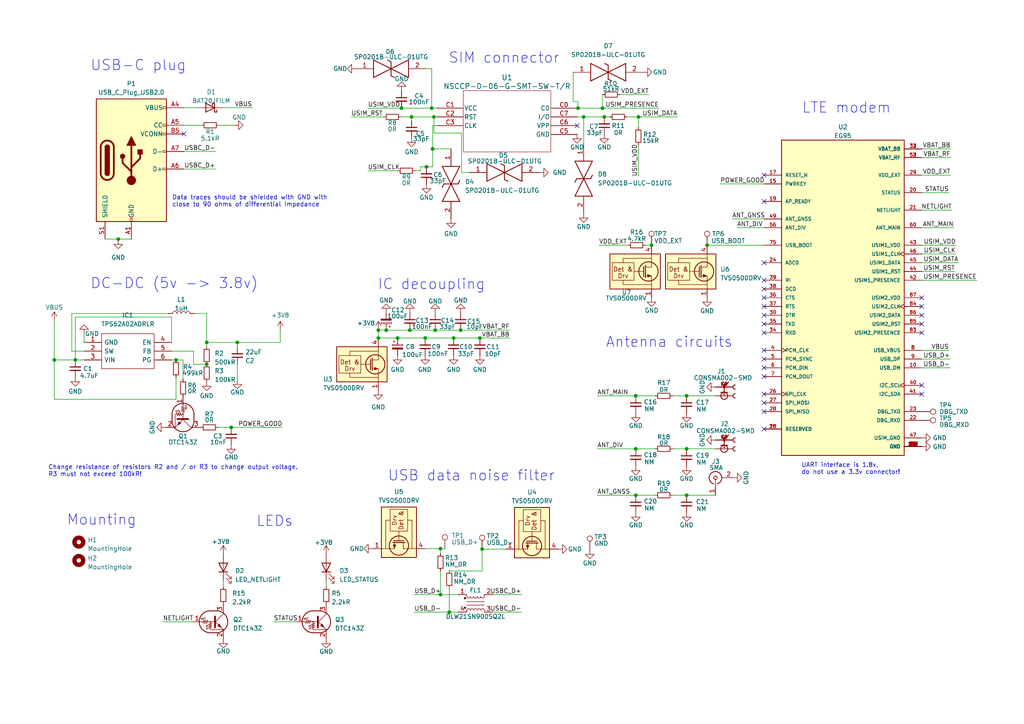
<source format=kicad_sch>
(kicad_sch (version 20230121) (generator eeschema)

  (uuid e7f5bf03-fb2c-47bf-a5e6-8bf502aef220)

  (paper "A4")

  (title_block
    (title "Project Roamer")
    (company "Liberated Embedded Systems")
  )

  

  (junction (at 184.404 143.637) (diameter 0) (color 0 0 0 0)
    (uuid 042a0471-e21e-4cf9-a449-bbbe0b4e31dc)
  )
  (junction (at 115.316 98.044) (diameter 0) (color 0 0 0 0)
    (uuid 07a1419a-9ce9-47ac-9f25-5a877a03b148)
  )
  (junction (at 112.014 95.758) (diameter 0) (color 0 0 0 0)
    (uuid 0b842d3b-3af0-4445-85a2-8938feb3239b)
  )
  (junction (at 139.827 159.258) (diameter 0) (color 0 0 0 0)
    (uuid 108c85e9-c6c0-486e-acce-02cd06277409)
  )
  (junction (at 109.728 98.044) (diameter 0) (color 0 0 0 0)
    (uuid 249cd2e5-40dc-4d86-83f1-1d36bcff2155)
  )
  (junction (at 169.291 33.909) (diameter 0) (color 0 0 0 0)
    (uuid 2799f28c-62dd-4fec-b8f9-b9ade1ddb1a7)
  )
  (junction (at 184.404 114.808) (diameter 0) (color 0 0 0 0)
    (uuid 2d292abd-a196-4a57-8168-e345b85a43e2)
  )
  (junction (at 59.944 99.314) (diameter 0) (color 0 0 0 0)
    (uuid 36e8db00-b6e8-465b-982d-28a5692fc84a)
  )
  (junction (at 184.404 130.175) (diameter 0) (color 0 0 0 0)
    (uuid 4841ed9d-4f03-47af-a04b-128d42d47199)
  )
  (junction (at 139.192 98.044) (diameter 0) (color 0 0 0 0)
    (uuid 4a77998e-9110-499d-b99b-0ca8beb92ba4)
  )
  (junction (at 21.844 104.394) (diameter 0) (color 0 0 0 0)
    (uuid 4c802de5-a62c-45b9-8919-56239038f1d4)
  )
  (junction (at 199.136 143.637) (diameter 0) (color 0 0 0 0)
    (uuid 4c82af79-d55f-4314-9a7f-35f7aa12a6a9)
  )
  (junction (at 59.944 105.664) (diameter 0) (color 0 0 0 0)
    (uuid 5996a4f0-9688-4e1a-90b3-babd210fa8d6)
  )
  (junction (at 174.752 31.369) (diameter 0) (color 0 0 0 0)
    (uuid 5a6420b8-2b0b-470d-b157-ce17b636eaee)
  )
  (junction (at 188.976 71.12) (diameter 0) (color 0 0 0 0)
    (uuid 60d57bd6-b749-4f42-adeb-f36d16ffdfee)
  )
  (junction (at 15.748 104.394) (diameter 0) (color 0 0 0 0)
    (uuid 662d7f32-fb97-41aa-ac93-f48fc05dc7a7)
  )
  (junction (at 205.105 71.12) (diameter 0) (color 0 0 0 0)
    (uuid 66b7964f-c33c-43e3-960c-f53593949cb9)
  )
  (junction (at 131.572 98.044) (diameter 0) (color 0 0 0 0)
    (uuid 6d2b738e-dbf5-438d-823f-18e2789a4004)
  )
  (junction (at 185.166 33.909) (diameter 0) (color 0 0 0 0)
    (uuid 73794637-c3fd-4e06-a39a-f6c4efd94b3f)
  )
  (junction (at 199.136 130.175) (diameter 0) (color 0 0 0 0)
    (uuid 8041df1e-37a6-4527-8ec0-8400a61212d2)
  )
  (junction (at 123.698 48.387) (diameter 0) (color 0 0 0 0)
    (uuid 864ceb9b-e94f-41ba-b473-5a5d74aff6eb)
  )
  (junction (at 109.728 95.758) (diameter 0) (color 0 0 0 0)
    (uuid 93302bdb-0704-4e0b-a8dd-9dfb1a3b9997)
  )
  (junction (at 133.604 95.758) (diameter 0) (color 0 0 0 0)
    (uuid 97963e5a-c012-437b-b9b0-c938b05f9e9b)
  )
  (junction (at 125.476 43.18) (diameter 0) (color 0 0 0 0)
    (uuid 9acf26e0-a548-4af5-94e2-666e469acbfb)
  )
  (junction (at 167.64 31.369) (diameter 0) (color 0 0 0 0)
    (uuid 9ad2ddf5-432d-436f-a84e-8e8c369898b8)
  )
  (junction (at 130.302 177.546) (diameter 0) (color 0 0 0 0)
    (uuid 9fe07d3f-b8b9-4ea8-aa09-965827fcece6)
  )
  (junction (at 118.872 95.758) (diameter 0) (color 0 0 0 0)
    (uuid b31b2ab4-1e33-4ff8-886e-c52b892174a0)
  )
  (junction (at 67.056 123.952) (diameter 0) (color 0 0 0 0)
    (uuid bee434f5-12c1-456b-a694-5d6aa6d93d20)
  )
  (junction (at 119.38 33.909) (diameter 0) (color 0 0 0 0)
    (uuid c2b3d108-8989-4b48-a897-0c96e9da9706)
  )
  (junction (at 127.762 159.131) (diameter 0) (color 0 0 0 0)
    (uuid c440c282-25f7-4f68-9ee7-d7f6e1fb242c)
  )
  (junction (at 125.222 31.369) (diameter 0) (color 0 0 0 0)
    (uuid cfa39ba7-e430-403c-8e7e-2a38a6b6cd4f)
  )
  (junction (at 68.834 99.314) (diameter 0) (color 0 0 0 0)
    (uuid d030991e-27c8-47b5-bc06-e0a527017f6c)
  )
  (junction (at 123.317 98.044) (diameter 0) (color 0 0 0 0)
    (uuid d0b29793-5a1d-4bf2-84a7-4c2b8f0a55fb)
  )
  (junction (at 125.857 33.909) (diameter 0) (color 0 0 0 0)
    (uuid d1762674-7b54-47ac-991b-e32d85ec0adc)
  )
  (junction (at 199.136 114.808) (diameter 0) (color 0 0 0 0)
    (uuid d1a2ea86-da3c-4b7e-b186-ecf50d0a39d6)
  )
  (junction (at 34.29 69.342) (diameter 0) (color 0 0 0 0)
    (uuid d7264a7e-d04f-4351-8b59-cabd586f5d0d)
  )
  (junction (at 126.238 95.758) (diameter 0) (color 0 0 0 0)
    (uuid d9741ebb-98cb-4867-9416-bb2325535329)
  )
  (junction (at 175.26 33.909) (diameter 0) (color 0 0 0 0)
    (uuid daa6e0f4-053f-4143-9153-188f93c9a287)
  )
  (junction (at 116.459 31.369) (diameter 0) (color 0 0 0 0)
    (uuid e30a2179-b596-4ce8-aea6-67b5b4a0837f)
  )
  (junction (at 127.762 172.466) (diameter 0) (color 0 0 0 0)
    (uuid e62ca165-381d-4aa2-a97b-d7b6bc254ee7)
  )
  (junction (at 51.054 104.394) (diameter 0) (color 0 0 0 0)
    (uuid f0e313f2-9291-4ca9-820b-64982e8a14cc)
  )

  (no_connect (at 221.615 119.38) (uuid 05a7c912-a068-4fca-9eab-8c05541865e2))
  (no_connect (at 221.615 91.44) (uuid 098ef58d-9c83-4e94-b159-9f6c0c821d15))
  (no_connect (at 267.335 86.36) (uuid 29aa2da9-500d-467f-a954-b165ea662d36))
  (no_connect (at 267.335 114.3) (uuid 2fcb3cff-4db3-4d18-8ea8-334a3680b13d))
  (no_connect (at 221.615 88.9) (uuid 42df1992-7708-4c2e-a2b1-bfadafe60529))
  (no_connect (at 221.615 109.22) (uuid 4354e603-7f9d-4559-ab0d-405cf48cfae6))
  (no_connect (at 221.615 114.3) (uuid 4628dff3-05d9-4f8d-adc6-ccd39a555494))
  (no_connect (at 221.615 81.28) (uuid 49e24e25-ef0a-4535-8ddb-6091aecde71a))
  (no_connect (at 267.335 111.76) (uuid 55e0c271-5fbe-48bc-8951-877cc20fd028))
  (no_connect (at 221.615 86.36) (uuid 57884747-f80f-45b4-b376-3ed85b951751))
  (no_connect (at 267.335 91.44) (uuid 5d141732-3dc4-4823-9c61-56341c6489b5))
  (no_connect (at 221.615 76.2) (uuid 60677259-31a6-425c-a2e9-c6e042564e89))
  (no_connect (at 221.615 96.52) (uuid 7786db76-f36e-493d-bf14-08fb87b4cfb7))
  (no_connect (at 221.615 106.68) (uuid 789ebabe-93fb-484e-b50a-b5e32b445969))
  (no_connect (at 267.335 93.98) (uuid 7b8e352a-c575-43ca-9083-5e9fdf049e7a))
  (no_connect (at 221.615 101.6) (uuid 86d27db5-efbd-4595-ae69-49202e8d4e2d))
  (no_connect (at 221.615 124.46) (uuid 8f594ed6-21e7-4911-9df4-0bd43ca0d13f))
  (no_connect (at 221.615 104.14) (uuid 927688cb-4715-4226-8c85-a641f2de0f5f))
  (no_connect (at 267.335 88.9) (uuid a1f8cb88-3472-413a-8194-453d68bc142e))
  (no_connect (at 221.615 116.84) (uuid a3afcaf1-0d85-4bcb-b48c-beef9990449b))
  (no_connect (at 267.335 96.52) (uuid b0681478-bd21-4d84-844e-c81740b62703))
  (no_connect (at 221.615 50.8) (uuid c583c47f-49b7-4e4e-8008-493f5f8f0bbd))
  (no_connect (at 53.34 38.862) (uuid ca527f55-7bcf-4137-986c-55b6fde926ea))
  (no_connect (at 221.615 58.42) (uuid ceef2b62-30a9-4d16-ba8c-ea2ac879facf))
  (no_connect (at 221.615 83.82) (uuid e4045863-b097-4b22-b139-d020dbbc7d14))
  (no_connect (at 167.386 36.449) (uuid ec4b1266-4fda-48e3-9e3a-8126a57e3bb8))
  (no_connect (at 221.615 93.98) (uuid fef6a212-7061-4d20-842f-cc8186980657))

  (wire (pts (xy 125.476 43.18) (xy 125.476 48.387))
    (stroke (width 0) (type default))
    (uuid 016f9433-d5db-4039-b5ea-a91473d92ffe)
  )
  (wire (pts (xy 133.858 50.038) (xy 133.858 38.608))
    (stroke (width 0) (type default))
    (uuid 07b3f81e-d49c-4fe2-9428-4753336adf72)
  )
  (wire (pts (xy 101.854 33.909) (xy 111.252 33.909))
    (stroke (width 0) (type default))
    (uuid 083ba46c-0800-4d6e-a55a-8dae79770711)
  )
  (wire (pts (xy 123.317 159.131) (xy 127.762 159.131))
    (stroke (width 0) (type default))
    (uuid 0944d581-d69f-49a3-952b-b6550cae692b)
  )
  (wire (pts (xy 51.054 115.824) (xy 51.054 109.474))
    (stroke (width 0) (type default))
    (uuid 0973be5f-16c4-428c-80bb-8a3f2719cde1)
  )
  (wire (pts (xy 267.335 60.96) (xy 276.098 60.96))
    (stroke (width 0) (type default))
    (uuid 0a348e73-c020-462c-9ac1-aabea15c7af0)
  )
  (wire (pts (xy 120.142 172.466) (xy 127.762 172.466))
    (stroke (width 0) (type default))
    (uuid 0c39fce4-7ac0-4c9b-b343-4ba89b333cc5)
  )
  (wire (pts (xy 125.222 19.939) (xy 125.222 31.369))
    (stroke (width 0) (type default))
    (uuid 109c6953-c8fa-4beb-89ab-e8fc3b49d7d3)
  )
  (wire (pts (xy 267.335 73.66) (xy 277.241 73.66))
    (stroke (width 0) (type default))
    (uuid 10de3af6-802d-407b-9ace-a22f29da2b90)
  )
  (wire (pts (xy 68.834 99.314) (xy 81.28 99.314))
    (stroke (width 0) (type default))
    (uuid 11e96df8-6433-4721-997d-51e78b40e084)
  )
  (wire (pts (xy 106.68 49.53) (xy 115.316 49.53))
    (stroke (width 0) (type default))
    (uuid 14cb3f38-b25b-4d49-9a82-20df3506f421)
  )
  (wire (pts (xy 267.335 71.12) (xy 277.241 71.12))
    (stroke (width 0) (type default))
    (uuid 162d0b0c-49ac-4d83-936b-9aca5609cfdb)
  )
  (wire (pts (xy 125.857 33.909) (xy 126.746 33.909))
    (stroke (width 0) (type default))
    (uuid 1868796e-83e3-4634-a68f-0800fa6504e6)
  )
  (wire (pts (xy 166.243 20.955) (xy 166.243 29.464))
    (stroke (width 0) (type default))
    (uuid 192b06de-c168-4dc9-b850-d6be60edf6a0)
  )
  (wire (pts (xy 118.872 95.758) (xy 126.238 95.758))
    (stroke (width 0) (type default))
    (uuid 19ee1a99-d2ea-401c-84c4-cb06e3ae7eba)
  )
  (wire (pts (xy 167.64 29.464) (xy 167.64 31.369))
    (stroke (width 0) (type default))
    (uuid 1b06a3cf-116b-49e9-a4c1-2968e55c6598)
  )
  (wire (pts (xy 143.002 177.546) (xy 151.257 177.546))
    (stroke (width 0) (type default))
    (uuid 1c592a51-5af1-46f2-abdd-0978cea01987)
  )
  (wire (pts (xy 116.459 31.369) (xy 125.222 31.369))
    (stroke (width 0) (type default))
    (uuid 1fc85ee7-aece-46c0-a6b2-fec00e70aaf4)
  )
  (wire (pts (xy 199.136 114.808) (xy 207.518 114.808))
    (stroke (width 0) (type default))
    (uuid 20a09c66-954d-4dd9-bd94-eeef7aa4cbc9)
  )
  (wire (pts (xy 125.476 48.387) (xy 123.698 48.387))
    (stroke (width 0) (type default))
    (uuid 2223f823-ae7b-4e64-9638-dd44f3ba7622)
  )
  (wire (pts (xy 109.728 95.758) (xy 109.728 98.044))
    (stroke (width 0) (type default))
    (uuid 22482def-4517-4495-83f1-d60986f2b75f)
  )
  (wire (pts (xy 267.335 106.68) (xy 275.59 106.68))
    (stroke (width 0) (type default))
    (uuid 243e78eb-4256-43f6-a9f6-1996d251b01c)
  )
  (wire (pts (xy 24.384 101.854) (xy 20.828 101.854))
    (stroke (width 0) (type default))
    (uuid 25407507-ec15-4371-9996-a427893dcc24)
  )
  (wire (pts (xy 94.615 168.402) (xy 94.615 170.18))
    (stroke (width 0) (type default))
    (uuid 2a013bdb-46f0-4026-b4a1-c7d4eece15e3)
  )
  (wire (pts (xy 185.166 33.909) (xy 196.469 33.909))
    (stroke (width 0) (type default))
    (uuid 2a607466-5717-4fb6-a830-126715f5e057)
  )
  (wire (pts (xy 51.054 104.394) (xy 53.086 104.394))
    (stroke (width 0) (type default))
    (uuid 2c2e8857-e68d-4f83-a96e-e8a66d9e0b5e)
  )
  (wire (pts (xy 179.832 27.432) (xy 188.214 27.432))
    (stroke (width 0) (type default))
    (uuid 353a6e00-5517-4f48-bd92-0d7fe73c5552)
  )
  (wire (pts (xy 79.375 180.34) (xy 85.725 180.34))
    (stroke (width 0) (type default))
    (uuid 3a6b28c1-e471-48e7-9a80-d4b2d11b4b99)
  )
  (wire (pts (xy 167.64 31.369) (xy 174.752 31.369))
    (stroke (width 0) (type default))
    (uuid 3aa9e1ac-5e3a-4d0a-b097-d4556542524e)
  )
  (wire (pts (xy 267.335 45.72) (xy 275.717 45.72))
    (stroke (width 0) (type default))
    (uuid 3e34253e-ed9f-4fe8-8990-8023a4d7cc72)
  )
  (wire (pts (xy 139.192 98.044) (xy 131.572 98.044))
    (stroke (width 0) (type default))
    (uuid 3f59b73a-0baf-4264-9660-c05b4d8e826b)
  )
  (wire (pts (xy 59.944 90.932) (xy 59.944 99.314))
    (stroke (width 0) (type default))
    (uuid 431ae31f-38f4-44ba-9ee0-0d826b9ce84a)
  )
  (wire (pts (xy 116.332 33.909) (xy 119.38 33.909))
    (stroke (width 0) (type default))
    (uuid 443083fb-9da6-4106-85d7-406828d7e959)
  )
  (wire (pts (xy 63.5 36.322) (xy 67.945 36.322))
    (stroke (width 0) (type default))
    (uuid 46b7ef96-a908-44cf-8882-4e19177eaf3c)
  )
  (wire (pts (xy 212.344 63.5) (xy 221.615 63.5))
    (stroke (width 0) (type default))
    (uuid 488ffbfd-21d2-45be-9907-17ab725bda98)
  )
  (wire (pts (xy 208.915 53.34) (xy 221.615 53.34))
    (stroke (width 0) (type default))
    (uuid 49e50ead-6672-4512-a6d0-8fa6c66d33e0)
  )
  (wire (pts (xy 126.238 95.758) (xy 133.604 95.758))
    (stroke (width 0) (type default))
    (uuid 4a6cad79-8d2b-40c0-b318-6b74fb99cdf0)
  )
  (wire (pts (xy 139.827 159.258) (xy 146.685 159.258))
    (stroke (width 0) (type default))
    (uuid 4b33db9c-e5dc-4bf7-aa53-cc9580572d4a)
  )
  (wire (pts (xy 53.086 104.394) (xy 53.086 109.982))
    (stroke (width 0) (type default))
    (uuid 5111b0eb-3dfb-4f4f-bdd7-8f4b2ab7f8f3)
  )
  (wire (pts (xy 130.429 165.608) (xy 130.302 165.481))
    (stroke (width 0) (type default))
    (uuid 517ee6da-a164-4ceb-ad99-ace8a44a2c2e)
  )
  (wire (pts (xy 174.752 31.369) (xy 191.135 31.369))
    (stroke (width 0) (type default))
    (uuid 542c9af1-4845-4dad-a8f3-bc35a862bbd6)
  )
  (wire (pts (xy 120.396 49.53) (xy 121.92 49.53))
    (stroke (width 0) (type default))
    (uuid 5ce1f302-565c-47f7-82a4-cc520c135052)
  )
  (wire (pts (xy 267.335 104.14) (xy 275.59 104.14))
    (stroke (width 0) (type default))
    (uuid 5f56a5f8-c8ef-436a-a3f0-d1d3e32e4f4c)
  )
  (wire (pts (xy 267.335 55.88) (xy 275.209 55.88))
    (stroke (width 0) (type default))
    (uuid 61e256b2-85cc-40e0-8b74-8f54c233587e)
  )
  (wire (pts (xy 119.38 33.909) (xy 125.857 33.909))
    (stroke (width 0) (type default))
    (uuid 640b34f1-e78f-43ab-a8fb-ab37a6365b51)
  )
  (wire (pts (xy 127.762 159.131) (xy 127.762 160.528))
    (stroke (width 0) (type default))
    (uuid 69586c84-85a3-46c7-b29d-38c383017786)
  )
  (wire (pts (xy 173.736 71.12) (xy 182.118 71.12))
    (stroke (width 0) (type default))
    (uuid 6a39f7ff-db20-44af-aeb9-e043a484f58f)
  )
  (wire (pts (xy 125.476 36.449) (xy 125.476 43.18))
    (stroke (width 0) (type default))
    (uuid 6a450cc8-b009-4eb3-b494-8677cf88a327)
  )
  (wire (pts (xy 67.056 123.952) (xy 81.915 123.952))
    (stroke (width 0) (type default))
    (uuid 70d714fa-7732-40e3-b2bc-9d501918fb34)
  )
  (wire (pts (xy 267.335 76.2) (xy 278.003 76.2))
    (stroke (width 0) (type default))
    (uuid 7434c959-9658-4640-a403-c457ba7c5565)
  )
  (wire (pts (xy 184.404 114.808) (xy 189.992 114.808))
    (stroke (width 0) (type default))
    (uuid 7453db2a-5a22-4140-8907-6b6eedfe0eca)
  )
  (wire (pts (xy 267.335 81.28) (xy 283.337 81.28))
    (stroke (width 0) (type default))
    (uuid 7469e3ef-de30-4a7c-8e2f-ae590b37a9eb)
  )
  (wire (pts (xy 184.404 143.637) (xy 189.992 143.637))
    (stroke (width 0) (type default))
    (uuid 7ac0a14f-02e1-47f3-86bd-75e714f2ea5b)
  )
  (wire (pts (xy 15.748 115.824) (xy 51.054 115.824))
    (stroke (width 0) (type default))
    (uuid 7b12b8f1-d5fe-4bbc-957e-d788af2f6372)
  )
  (wire (pts (xy 187.198 71.12) (xy 188.976 71.12))
    (stroke (width 0) (type default))
    (uuid 7bf717b2-c3b6-47b7-9e88-abb5a8177a31)
  )
  (wire (pts (xy 59.944 99.314) (xy 59.944 100.584))
    (stroke (width 0) (type default))
    (uuid 7ddb8de7-33df-45ae-b77b-70ed734db02c)
  )
  (wire (pts (xy 49.784 99.314) (xy 49.784 91.948))
    (stroke (width 0) (type default))
    (uuid 81ee1c7f-233e-4145-93d8-3f21808a95ff)
  )
  (wire (pts (xy 173.228 130.175) (xy 184.404 130.175))
    (stroke (width 0) (type default))
    (uuid 8269d304-bcfc-45e5-8254-d29b03033700)
  )
  (wire (pts (xy 185.166 33.909) (xy 185.166 36.957))
    (stroke (width 0) (type default))
    (uuid 869af4db-25ce-40f7-bf30-08de7030b9fe)
  )
  (wire (pts (xy 169.291 33.909) (xy 175.26 33.909))
    (stroke (width 0) (type default))
    (uuid 8a67079c-75bd-475e-a44a-503761be5086)
  )
  (wire (pts (xy 49.784 91.948) (xy 21.844 91.948))
    (stroke (width 0) (type default))
    (uuid 8abe6bd7-9394-4908-a584-f259df544660)
  )
  (wire (pts (xy 130.429 165.608) (xy 139.827 165.608))
    (stroke (width 0) (type default))
    (uuid 8af824bd-fa75-4123-a1c9-9823718d7b8c)
  )
  (wire (pts (xy 195.072 114.808) (xy 199.136 114.808))
    (stroke (width 0) (type default))
    (uuid 8bc21f00-b4cf-4f13-9b03-eaba4a11badd)
  )
  (wire (pts (xy 125.476 43.18) (xy 130.81 43.18))
    (stroke (width 0) (type default))
    (uuid 8c4ee04a-5192-4bd2-981c-97cdb21ad311)
  )
  (wire (pts (xy 195.072 130.175) (xy 199.136 130.175))
    (stroke (width 0) (type default))
    (uuid 8c87ac72-8740-4284-91c0-7657a93d89b6)
  )
  (wire (pts (xy 55.88 180.34) (xy 47.244 180.34))
    (stroke (width 0) (type default))
    (uuid 8d95d9c9-36f6-48d9-b910-9248607a7ecb)
  )
  (wire (pts (xy 121.92 48.387) (xy 123.698 48.387))
    (stroke (width 0) (type default))
    (uuid 8f1b4e4f-4dba-4570-9dc5-d3bb139b4be5)
  )
  (wire (pts (xy 133.604 95.758) (xy 147.828 95.758))
    (stroke (width 0) (type default))
    (uuid 903839d1-5324-4e01-839b-2c39e7cc4f3d)
  )
  (wire (pts (xy 123.571 19.939) (xy 125.222 19.939))
    (stroke (width 0) (type default))
    (uuid 9089a1a2-14eb-4aae-8060-5202e104ebbd)
  )
  (wire (pts (xy 167.386 31.369) (xy 167.64 31.369))
    (stroke (width 0) (type default))
    (uuid 936179b4-582f-4024-b742-715dc3713797)
  )
  (wire (pts (xy 81.28 99.314) (xy 81.28 95.758))
    (stroke (width 0) (type default))
    (uuid 94149bb3-0230-4cc9-8a06-7f18e1ea6f1f)
  )
  (wire (pts (xy 15.748 92.964) (xy 15.748 104.394))
    (stroke (width 0) (type default))
    (uuid 94f0d30d-a571-4c0b-ac5b-bf15c65e9ef3)
  )
  (wire (pts (xy 30.48 69.342) (xy 34.29 69.342))
    (stroke (width 0) (type default))
    (uuid 95bd61a9-339a-4be0-8506-6d8d40bf65df)
  )
  (wire (pts (xy 199.136 143.637) (xy 207.518 143.637))
    (stroke (width 0) (type default))
    (uuid 96c95263-bd70-4ad3-b037-c094a8e797c0)
  )
  (wire (pts (xy 131.572 98.044) (xy 123.317 98.044))
    (stroke (width 0) (type default))
    (uuid 9906097b-0b66-4650-97df-a7952c2b2d2e)
  )
  (wire (pts (xy 169.291 41.656) (xy 169.291 33.909))
    (stroke (width 0) (type default))
    (uuid 9a665be5-951b-4f27-93cc-f3bb68994e28)
  )
  (wire (pts (xy 112.014 95.758) (xy 118.872 95.758))
    (stroke (width 0) (type default))
    (uuid 9df57fc1-d46a-4bbd-afbc-39e7660a28e2)
  )
  (wire (pts (xy 59.944 99.314) (xy 68.834 99.314))
    (stroke (width 0) (type default))
    (uuid a194d0d5-eb6c-41af-98cc-0e2e067ed087)
  )
  (wire (pts (xy 167.386 33.909) (xy 169.291 33.909))
    (stroke (width 0) (type default))
    (uuid a345a4f1-ce0d-46aa-90d5-ec414591949e)
  )
  (wire (pts (xy 53.34 43.942) (xy 62.484 43.942))
    (stroke (width 0) (type default))
    (uuid a6318b8d-ec38-48b8-bfb6-951335499080)
  )
  (wire (pts (xy 64.77 168.402) (xy 64.77 170.18))
    (stroke (width 0) (type default))
    (uuid aa2b0504-5aa9-4cad-927f-6b4895cd62fd)
  )
  (wire (pts (xy 184.404 130.175) (xy 189.992 130.175))
    (stroke (width 0) (type default))
    (uuid abfcc4a9-db87-45ad-a66b-d96507da79ed)
  )
  (wire (pts (xy 185.166 42.037) (xy 185.166 51.181))
    (stroke (width 0) (type default))
    (uuid af10e562-0025-46f3-842a-e6b6ef311b24)
  )
  (wire (pts (xy 125.857 38.608) (xy 125.857 33.909))
    (stroke (width 0) (type default))
    (uuid b10776c1-52c3-4474-9706-ff7f1e7f5a2a)
  )
  (wire (pts (xy 267.335 50.8) (xy 275.717 50.8))
    (stroke (width 0) (type default))
    (uuid b1bdc5eb-6651-4815-9f0f-c4d8de4847e4)
  )
  (wire (pts (xy 109.728 98.044) (xy 115.316 98.044))
    (stroke (width 0) (type default))
    (uuid b3300f2a-e355-483f-bb98-90208c8708c9)
  )
  (wire (pts (xy 68.834 99.314) (xy 68.834 100.584))
    (stroke (width 0) (type default))
    (uuid b59fc002-ff13-4eee-8a50-d839fe20c77b)
  )
  (wire (pts (xy 115.316 98.044) (xy 123.317 98.044))
    (stroke (width 0) (type default))
    (uuid b7b102c0-1b28-4056-93ed-231d765d6811)
  )
  (wire (pts (xy 173.228 114.808) (xy 184.404 114.808))
    (stroke (width 0) (type default))
    (uuid b829540a-d0b4-49ca-adbf-0f57eb079808)
  )
  (wire (pts (xy 174.752 27.432) (xy 174.752 31.369))
    (stroke (width 0) (type default))
    (uuid ba8ad741-ec74-4c8d-a0c9-98059acee5c3)
  )
  (wire (pts (xy 143.002 172.466) (xy 151.257 172.466))
    (stroke (width 0) (type default))
    (uuid baeee0a3-3b3e-4ce1-900c-14dff80fbada)
  )
  (wire (pts (xy 120.142 177.546) (xy 130.302 177.546))
    (stroke (width 0) (type default))
    (uuid bcb70764-9a79-4f7b-aa37-80ac97e980b5)
  )
  (wire (pts (xy 139.827 165.608) (xy 139.827 159.258))
    (stroke (width 0) (type default))
    (uuid bd7f77e6-8804-49a6-b7c9-5dec3b47d8fe)
  )
  (wire (pts (xy 34.29 69.342) (xy 34.29 69.596))
    (stroke (width 0) (type default))
    (uuid c1a67dc8-214e-462b-8621-7c935f79ad57)
  )
  (wire (pts (xy 267.335 101.6) (xy 275.209 101.6))
    (stroke (width 0) (type default))
    (uuid c6dfef69-c3ee-4c2e-b4c3-d206b67db366)
  )
  (wire (pts (xy 136.144 50.038) (xy 133.858 50.038))
    (stroke (width 0) (type default))
    (uuid c97a8676-4864-412a-b7b5-1abedb495003)
  )
  (wire (pts (xy 127.762 159.131) (xy 129.032 159.131))
    (stroke (width 0) (type default))
    (uuid c9a56d29-537e-4c03-915d-bdade0dcdda9)
  )
  (wire (pts (xy 15.748 115.824) (xy 15.748 104.394))
    (stroke (width 0) (type default))
    (uuid cc0711b2-5351-4792-a69e-1d113d404b82)
  )
  (wire (pts (xy 64.77 31.242) (xy 73.152 31.242))
    (stroke (width 0) (type default))
    (uuid cc710d27-2717-4e95-b25b-85dd19deed59)
  )
  (wire (pts (xy 109.728 95.758) (xy 112.014 95.758))
    (stroke (width 0) (type default))
    (uuid cf1726fb-7e50-4838-8ce3-8a2069d77f9a)
  )
  (wire (pts (xy 139.192 98.044) (xy 147.828 98.044))
    (stroke (width 0) (type default))
    (uuid d020a520-a626-42f1-b92d-ed0acced7c64)
  )
  (wire (pts (xy 213.741 66.04) (xy 221.615 66.04))
    (stroke (width 0) (type default))
    (uuid d04ed176-2caf-490e-a330-8091df4c2d36)
  )
  (wire (pts (xy 49.784 104.394) (xy 51.054 104.394))
    (stroke (width 0) (type default))
    (uuid d1159933-963d-4653-b331-3bca57df1d8f)
  )
  (wire (pts (xy 56.134 101.854) (xy 56.134 105.664))
    (stroke (width 0) (type default))
    (uuid d11e1087-9947-49fc-86cb-1e3c88e786be)
  )
  (wire (pts (xy 195.072 143.637) (xy 199.136 143.637))
    (stroke (width 0) (type default))
    (uuid d4dd32c3-edae-423c-a419-934d2b00cbef)
  )
  (wire (pts (xy 24.384 96.774) (xy 24.384 99.314))
    (stroke (width 0) (type default))
    (uuid d6fb14cd-da59-434a-a47f-6f9fe6c9ace9)
  )
  (wire (pts (xy 20.828 90.932) (xy 48.768 90.932))
    (stroke (width 0) (type default))
    (uuid d8ee074e-957f-4f2d-b164-756491ef692e)
  )
  (wire (pts (xy 130.302 177.546) (xy 132.842 177.546))
    (stroke (width 0) (type default))
    (uuid dafb6178-625b-40b9-8e35-323b2c6deaa7)
  )
  (wire (pts (xy 57.15 31.242) (xy 53.34 31.242))
    (stroke (width 0) (type default))
    (uuid dd890e69-1511-47b3-b73a-067cbc02dc6e)
  )
  (wire (pts (xy 15.748 104.394) (xy 21.844 104.394))
    (stroke (width 0) (type default))
    (uuid dd90930c-f552-46ac-b1f7-48d1ddb596d4)
  )
  (wire (pts (xy 130.302 170.561) (xy 130.302 177.546))
    (stroke (width 0) (type default))
    (uuid ddbafd75-5887-4eea-a2e7-5edc883a2ba2)
  )
  (wire (pts (xy 68.834 110.236) (xy 68.834 105.664))
    (stroke (width 0) (type default))
    (uuid de1f462f-42da-4e21-bb8a-51b75a28b7e2)
  )
  (wire (pts (xy 267.335 78.74) (xy 276.987 78.74))
    (stroke (width 0) (type default))
    (uuid de8bd120-989f-4c37-bcdc-ed048eed7b63)
  )
  (wire (pts (xy 133.858 38.608) (xy 125.857 38.608))
    (stroke (width 0) (type default))
    (uuid e24cf888-8309-4285-81c1-820b6376f978)
  )
  (wire (pts (xy 53.34 49.022) (xy 62.484 49.022))
    (stroke (width 0) (type default))
    (uuid e264048e-cb40-46b2-b945-9d40fc798766)
  )
  (wire (pts (xy 125.222 31.369) (xy 126.746 31.369))
    (stroke (width 0) (type default))
    (uuid e2bbeca8-3c7c-4e52-991a-8786de82cc45)
  )
  (wire (pts (xy 21.844 91.948) (xy 21.844 104.394))
    (stroke (width 0) (type default))
    (uuid e2f3bd7c-4bfd-4a98-b07a-02934ca43525)
  )
  (wire (pts (xy 125.476 36.449) (xy 126.746 36.449))
    (stroke (width 0) (type default))
    (uuid e33b6b2a-b5c3-4b0b-a4de-a6f4601e7cac)
  )
  (wire (pts (xy 199.136 130.175) (xy 207.518 130.175))
    (stroke (width 0) (type default))
    (uuid e61b547d-31b0-418c-9839-c878bcd08d27)
  )
  (wire (pts (xy 34.29 69.342) (xy 38.1 69.342))
    (stroke (width 0) (type default))
    (uuid e8390b11-4fd0-4df4-a135-2e8b04d347c7)
  )
  (wire (pts (xy 127.762 172.466) (xy 132.842 172.466))
    (stroke (width 0) (type default))
    (uuid ed0e5eea-43c0-4d75-92ac-f8809c54c3c1)
  )
  (wire (pts (xy 127.762 165.608) (xy 127.762 172.466))
    (stroke (width 0) (type default))
    (uuid ed69a4d1-ef95-492f-9c0e-9984a0bafde2)
  )
  (wire (pts (xy 121.92 49.53) (xy 121.92 48.387))
    (stroke (width 0) (type default))
    (uuid edd7268d-f79b-44f5-9a08-966e59a430dc)
  )
  (wire (pts (xy 53.34 36.322) (xy 58.42 36.322))
    (stroke (width 0) (type default))
    (uuid ef0cb1c2-8f79-4365-bd54-164624d7e504)
  )
  (wire (pts (xy 173.228 143.637) (xy 184.404 143.637))
    (stroke (width 0) (type default))
    (uuid f11e621e-cc31-4be0-a142-98b4e2259320)
  )
  (wire (pts (xy 49.784 101.854) (xy 56.134 101.854))
    (stroke (width 0) (type default))
    (uuid f18e4bff-b172-40f4-88e4-3f0fa4403ce7)
  )
  (wire (pts (xy 119.38 34.925) (xy 119.38 33.909))
    (stroke (width 0) (type default))
    (uuid f20f93f6-8327-4fb3-aaaa-a982e469faf1)
  )
  (wire (pts (xy 175.26 33.909) (xy 176.784 33.909))
    (stroke (width 0) (type default))
    (uuid f2a1f47f-8604-4c84-a40f-d62ff5676128)
  )
  (wire (pts (xy 267.335 43.18) (xy 275.717 43.18))
    (stroke (width 0) (type default))
    (uuid f4110a8e-de93-4e3a-b729-09eefddfba3d)
  )
  (wire (pts (xy 20.828 101.854) (xy 20.828 90.932))
    (stroke (width 0) (type default))
    (uuid f7356388-ca20-456f-a3df-69eafbcfba76)
  )
  (wire (pts (xy 205.105 71.12) (xy 221.615 71.12))
    (stroke (width 0) (type default))
    (uuid f7f0ef1f-9efc-4016-80af-90844a041c4c)
  )
  (wire (pts (xy 63.246 123.952) (xy 67.056 123.952))
    (stroke (width 0) (type default))
    (uuid f894d116-77b4-4179-a80f-bff88b98bceb)
  )
  (wire (pts (xy 56.388 90.932) (xy 59.944 90.932))
    (stroke (width 0) (type default))
    (uuid fa5a06ba-69c9-4b7c-b204-56951d9ec9b0)
  )
  (wire (pts (xy 56.134 105.664) (xy 59.944 105.664))
    (stroke (width 0) (type default))
    (uuid fbb43638-f890-42a3-b07f-9b3cf691441e)
  )
  (wire (pts (xy 267.335 66.04) (xy 276.606 66.04))
    (stroke (width 0) (type default))
    (uuid fc31d884-aeca-4d8b-89f8-b346ad6f0168)
  )
  (wire (pts (xy 166.243 29.464) (xy 167.64 29.464))
    (stroke (width 0) (type default))
    (uuid fc42f356-89c8-49c0-bc35-f9230b1efbee)
  )
  (wire (pts (xy 106.68 31.369) (xy 116.459 31.369))
    (stroke (width 0) (type default))
    (uuid fc863460-fe99-4abe-910f-ca8d0244f3df)
  )
  (wire (pts (xy 21.844 104.394) (xy 24.384 104.394))
    (stroke (width 0) (type default))
    (uuid fc8ef826-074d-49e9-a04e-0c35157a0f7b)
  )
  (wire (pts (xy 181.864 33.909) (xy 185.166 33.909))
    (stroke (width 0) (type default))
    (uuid fcd0f360-7287-4a8a-8067-c35111f2073d)
  )

  (text "LTE modem" (at 232.537 33.147 0)
    (effects (font (size 3 3)) (justify left bottom))
    (uuid 10856622-133d-4f7d-ac35-6cb885ce6185)
  )
  (text "SIM connector\n" (at 130.048 18.669 0)
    (effects (font (size 3 3)) (justify left bottom))
    (uuid 1f615cda-97b1-45ca-ac6b-01760d1a071c)
  )
  (text "LEDs" (at 74.295 153.035 0)
    (effects (font (size 3 3)) (justify left bottom))
    (uuid 5d1a16d1-daca-4fb8-9202-13f8ac655b04)
  )
  (text "USB-C plug" (at 26.162 20.828 0)
    (effects (font (size 3 3)) (justify left bottom))
    (uuid 997112e9-0d1c-4112-a4bc-f4e3764a24d5)
  )
  (text "IC decoupling\n" (at 109.474 84.328 0)
    (effects (font (size 3 3)) (justify left bottom))
    (uuid a6e487ce-2225-4f7e-ba17-13d3782fca51)
  )
  (text "UART interface is 1.8v, \ndo not use a 3.3v connector!"
    (at 232.41 137.795 0)
    (effects (font (size 1.27 1.27)) (justify left bottom))
    (uuid c3533279-9293-4dc5-8042-6c1508b2a49d)
  )
  (text "Mounting\n" (at 19.304 152.654 0)
    (effects (font (size 3 3)) (justify left bottom))
    (uuid ca3cbb62-a0f7-4285-a4b7-af23b86dbe37)
  )
  (text "DC-DC (5v -> 3.8v)\n" (at 26.162 84.074 0)
    (effects (font (size 3 3)) (justify left bottom))
    (uuid d3b1a4ad-ac5d-4167-af11-de6f37be6fef)
  )
  (text "USB data noise filter" (at 112.395 139.827 0)
    (effects (font (size 3 3)) (justify left bottom))
    (uuid d3ed1f5b-761c-4e84-a5fb-d339d36018b8)
  )
  (text "Antenna circuits\n" (at 175.641 101.092 0)
    (effects (font (size 3 3)) (justify left bottom))
    (uuid d89f996c-ad5d-413a-96e1-7d792b283d85)
  )
  (text "Change resistance of resistors R2 and / or R3 to change output voltage.\nR3 must not exceed 100kR!\n"
    (at 13.97 138.43 0)
    (effects (font (size 1.27 1.27)) (justify left bottom))
    (uuid e64b5d2e-4c66-4328-a131-4a92aea4aeaf)
  )
  (text "Data traces should be shielded with GND with \nclose to 90 ohms of differential impedance"
    (at 49.911 60.198 0)
    (effects (font (size 1.27 1.27)) (justify left bottom))
    (uuid fa68311b-06f8-4187-b961-a9dc9acdbc66)
  )

  (label "USIM_VDD" (at 277.241 71.12 180) (fields_autoplaced)
    (effects (font (size 1.27 1.27)) (justify right bottom))
    (uuid 030fdd0e-42a9-4f5f-9d8a-a97afaca32e0)
  )
  (label "USBC_D-" (at 151.257 177.546 180) (fields_autoplaced)
    (effects (font (size 1.27 1.27)) (justify right bottom))
    (uuid 1c1f57fb-0304-4f5c-8ca3-a9352c2c96b9)
  )
  (label "ANT_GNSS" (at 212.344 63.5 0) (fields_autoplaced)
    (effects (font (size 1.27 1.27)) (justify left bottom))
    (uuid 1cab7889-027e-4a4b-92dd-e294b9188f4d)
  )
  (label "USIM_PRESENCE" (at 191.135 31.369 180) (fields_autoplaced)
    (effects (font (size 1.27 1.27)) (justify right bottom))
    (uuid 255f5bb5-a06f-455f-8359-09a5c5c99003)
  )
  (label "VBAT_RF" (at 147.828 95.758 180) (fields_autoplaced)
    (effects (font (size 1.27 1.27)) (justify right bottom))
    (uuid 29471ccc-e479-4ee0-be47-0a0b7085be20)
  )
  (label "USIM_CLK" (at 106.68 49.53 0) (fields_autoplaced)
    (effects (font (size 1.27 1.27)) (justify left bottom))
    (uuid 29daebfb-8de7-487b-83f6-acf17a235add)
  )
  (label "USB_D+" (at 275.59 104.14 180) (fields_autoplaced)
    (effects (font (size 1.27 1.27)) (justify right bottom))
    (uuid 2a3d94f1-8f38-4608-bc2a-9c7156e94a12)
  )
  (label "VBAT_BB" (at 147.828 98.044 180) (fields_autoplaced)
    (effects (font (size 1.27 1.27)) (justify right bottom))
    (uuid 341f62f5-589d-4734-8c10-bf214a9839d8)
  )
  (label "USIM_VDD" (at 185.166 51.181 90) (fields_autoplaced)
    (effects (font (size 1.27 1.27)) (justify left bottom))
    (uuid 4079dc95-5935-4f1d-9d1d-673cd8f80ca0)
  )
  (label "USB_D+" (at 120.142 172.466 0) (fields_autoplaced)
    (effects (font (size 1.27 1.27)) (justify left bottom))
    (uuid 44ff37be-8cbb-4422-b946-d0fab880891e)
  )
  (label "STATUS" (at 79.375 180.34 0) (fields_autoplaced)
    (effects (font (size 1.27 1.27)) (justify left bottom))
    (uuid 4a8a4651-c1be-49a7-90aa-5658cbb81ad4)
  )
  (label "VBAT_RF" (at 275.717 45.72 180) (fields_autoplaced)
    (effects (font (size 1.27 1.27)) (justify right bottom))
    (uuid 4d02e272-0362-4a3f-835a-71812e889c68)
  )
  (label "ANT_DIV" (at 173.228 130.175 0) (fields_autoplaced)
    (effects (font (size 1.27 1.27)) (justify left bottom))
    (uuid 59ec6daf-4f41-4eae-ad10-48af835cfb7a)
  )
  (label "ANT_DIV" (at 213.741 66.04 0) (fields_autoplaced)
    (effects (font (size 1.27 1.27)) (justify left bottom))
    (uuid 59f9c11e-faa0-4ecc-b792-b12652ba0b50)
  )
  (label "ANT_MAIN" (at 173.228 114.808 0) (fields_autoplaced)
    (effects (font (size 1.27 1.27)) (justify left bottom))
    (uuid 633c562a-e625-49be-b7c8-5a71d1731479)
  )
  (label "USB_D-" (at 275.59 106.68 180) (fields_autoplaced)
    (effects (font (size 1.27 1.27)) (justify right bottom))
    (uuid 6a42a279-6594-4617-92c7-bb273fe60f35)
  )
  (label "POWER_GOOD" (at 81.915 123.952 180) (fields_autoplaced)
    (effects (font (size 1.27 1.27)) (justify right bottom))
    (uuid 6c9d9040-f9e3-4e7c-b136-1ced9d775058)
  )
  (label "USB_D-" (at 120.142 177.546 0) (fields_autoplaced)
    (effects (font (size 1.27 1.27)) (justify left bottom))
    (uuid 6f7874e0-6a12-428e-9af4-58be41e35bb8)
  )
  (label "ANT_MAIN" (at 276.606 66.04 180) (fields_autoplaced)
    (effects (font (size 1.27 1.27)) (justify right bottom))
    (uuid 7099675a-1fd5-45df-b988-2f9a84da9897)
  )
  (label "NETLIGHT" (at 276.098 60.96 180) (fields_autoplaced)
    (effects (font (size 1.27 1.27)) (justify right bottom))
    (uuid 73fdc481-1392-4fb3-b700-3a76369af23c)
  )
  (label "USBC_D+" (at 151.257 172.466 180) (fields_autoplaced)
    (effects (font (size 1.27 1.27)) (justify right bottom))
    (uuid 7c1aeb40-f30a-420c-8f80-f5814d7b375a)
  )
  (label "USIM_PRESENCE" (at 283.337 81.28 180) (fields_autoplaced)
    (effects (font (size 1.27 1.27)) (justify right bottom))
    (uuid 84a0f01c-7c48-4b57-ac5c-93453bdb1bed)
  )
  (label "USIM_DATA" (at 278.003 76.2 180) (fields_autoplaced)
    (effects (font (size 1.27 1.27)) (justify right bottom))
    (uuid 8b7200f7-4daf-44de-bcca-41cd41cdbb8f)
  )
  (label "USBC_D+" (at 62.484 49.022 180) (fields_autoplaced)
    (effects (font (size 1.27 1.27)) (justify right bottom))
    (uuid 91db2672-e06a-417f-95c6-62ae4ee92f7d)
  )
  (label "NETLIGHT" (at 47.244 180.34 0) (fields_autoplaced)
    (effects (font (size 1.27 1.27)) (justify left bottom))
    (uuid a4b1017a-0351-4cf1-9d64-a09fc0b28a16)
  )
  (label "VBUS" (at 73.152 31.242 180) (fields_autoplaced)
    (effects (font (size 1.27 1.27)) (justify right bottom))
    (uuid b0ffd2ef-8ac8-4825-80f7-a62a2359493b)
  )
  (label "USBC_D-" (at 62.484 43.942 180) (fields_autoplaced)
    (effects (font (size 1.27 1.27)) (justify right bottom))
    (uuid b571b294-415c-4b13-ab39-12f42873915f)
  )
  (label "VDD_EXT" (at 275.717 50.8 180) (fields_autoplaced)
    (effects (font (size 1.27 1.27)) (justify right bottom))
    (uuid b939c651-baca-4dab-b241-76ea3ae8ff21)
  )
  (label "STATUS" (at 275.209 55.88 180) (fields_autoplaced)
    (effects (font (size 1.27 1.27)) (justify right bottom))
    (uuid bdcfc669-da81-4f42-9d69-b5cc4a006bad)
  )
  (label "USIM_CLK" (at 277.241 73.66 180) (fields_autoplaced)
    (effects (font (size 1.27 1.27)) (justify right bottom))
    (uuid be36023a-e621-4ab0-a53c-6918520012f6)
  )
  (label "USIM_DATA" (at 196.469 33.909 180) (fields_autoplaced)
    (effects (font (size 1.27 1.27)) (justify right bottom))
    (uuid c58f6959-ff28-48f6-936a-ae0c0ef60ab2)
  )
  (label "VBAT_BB" (at 275.717 43.18 180) (fields_autoplaced)
    (effects (font (size 1.27 1.27)) (justify right bottom))
    (uuid c82d18a3-5e0e-4e56-a101-ab1fefd0fdac)
  )
  (label "VBUS" (at 275.209 101.6 180) (fields_autoplaced)
    (effects (font (size 1.27 1.27)) (justify right bottom))
    (uuid cc4e7e37-ae6a-4bea-a02e-d92b5e4df412)
  )
  (label "USIM_VDD" (at 106.68 31.369 0) (fields_autoplaced)
    (effects (font (size 1.27 1.27)) (justify left bottom))
    (uuid cf62d78d-5f2d-496c-af64-74365a412979)
  )
  (label "VDD_EXT" (at 188.214 27.432 180) (fields_autoplaced)
    (effects (font (size 1.27 1.27)) (justify right bottom))
    (uuid dd4e481b-f5b2-4b82-9df0-a07179bbd99e)
  )
  (label "USIM_RST" (at 101.854 33.909 0) (fields_autoplaced)
    (effects (font (size 1.27 1.27)) (justify left bottom))
    (uuid e97fc6f9-74f3-4a24-a312-65ea67586244)
  )
  (label "ANT_GNSS" (at 173.228 143.637 0) (fields_autoplaced)
    (effects (font (size 1.27 1.27)) (justify left bottom))
    (uuid f22bc7e2-51c7-4426-95b2-620e2f4814d6)
  )
  (label "VDD_EXT" (at 173.736 71.12 0) (fields_autoplaced)
    (effects (font (size 1.27 1.27)) (justify left bottom))
    (uuid f357f920-21ab-4c10-b948-8ca7d7791e95)
  )
  (label "USIM_RST" (at 276.987 78.74 180) (fields_autoplaced)
    (effects (font (size 1.27 1.27)) (justify right bottom))
    (uuid fcaf79c5-8fd4-4846-b15b-c83a0af83477)
  )
  (label "POWER_GOOD" (at 208.915 53.34 0) (fields_autoplaced)
    (effects (font (size 1.27 1.27)) (justify left bottom))
    (uuid fcdbaf88-a477-4450-ad66-5b029ba2f28e)
  )

  (symbol (lib_id "power:GND") (at 123.317 103.124 0) (unit 1)
    (in_bom yes) (on_board yes) (dnp no)
    (uuid 06c2399e-462d-4b78-8cae-1501c2ae7839)
    (property "Reference" "#PWR03" (at 123.317 109.474 0)
      (effects (font (size 1.27 1.27)) hide)
    )
    (property "Value" "GND" (at 125.222 107.188 0)
      (effects (font (size 1.27 1.27)) (justify right))
    )
    (property "Footprint" "" (at 123.317 103.124 0)
      (effects (font (size 1.27 1.27)) hide)
    )
    (property "Datasheet" "" (at 123.317 103.124 0)
      (effects (font (size 1.27 1.27)) hide)
    )
    (pin "1" (uuid bc6272e1-93f9-4281-bcd5-ad90543464df))
    (instances
      (project "Roamer"
        (path "/e7f5bf03-fb2c-47bf-a5e6-8bf502aef220"
          (reference "#PWR03") (unit 1)
        )
      )
    )
  )

  (symbol (lib_id "Device:R_Small") (at 53.086 112.522 0) (unit 1)
    (in_bom yes) (on_board yes) (dnp no)
    (uuid 07398bf2-a4b0-456d-b59a-0d3d1b836125)
    (property "Reference" "R6" (at 54.356 111.76 0)
      (effects (font (size 1.27 1.27)) (justify left))
    )
    (property "Value" "0R" (at 54.356 113.411 0)
      (effects (font (size 1.27 1.27)) (justify left))
    )
    (property "Footprint" "Resistor_SMD:R_0603_1608Metric" (at 53.086 112.522 0)
      (effects (font (size 1.27 1.27)) hide)
    )
    (property "Datasheet" "~" (at 53.086 112.522 0)
      (effects (font (size 1.27 1.27)) hide)
    )
    (pin "1" (uuid 7773cb73-9fb6-4fd9-949d-789fb08cee76))
    (pin "2" (uuid ad583c30-de0e-4513-ab7d-e64d16c8e11a))
    (instances
      (project "Roamer"
        (path "/e7f5bf03-fb2c-47bf-a5e6-8bf502aef220"
          (reference "R6") (unit 1)
        )
      )
    )
  )

  (symbol (lib_id "Transistor_BJT:DTC143Z") (at 62.23 180.34 0) (unit 1)
    (in_bom yes) (on_board yes) (dnp no) (fields_autoplaced)
    (uuid 079c2c69-fe66-4bf8-b630-2a3e8b1dfa4d)
    (property "Reference" "Q2" (at 67.564 179.705 0)
      (effects (font (size 1.27 1.27)) (justify left))
    )
    (property "Value" "DTC143Z" (at 67.564 182.245 0)
      (effects (font (size 1.27 1.27)) (justify left))
    )
    (property "Footprint" "DTC143ZMT2L:SOTFL3P40_120X120X55L30X32N" (at 62.23 180.34 0)
      (effects (font (size 1.27 1.27)) (justify left) hide)
    )
    (property "Datasheet" "" (at 62.23 180.34 0)
      (effects (font (size 1.27 1.27)) (justify left) hide)
    )
    (pin "1" (uuid e3e45c28-4abc-4dea-af2b-1cd9ff63b75e))
    (pin "2" (uuid 9db23f5e-245c-43d6-be7e-24db320e7766))
    (pin "3" (uuid 5192ad1a-ae38-4eb7-9ad0-f12addf7e753))
    (instances
      (project "Roamer"
        (path "/e7f5bf03-fb2c-47bf-a5e6-8bf502aef220"
          (reference "Q2") (unit 1)
        )
      )
    )
  )

  (symbol (lib_id "Power_Protection:TVS0500DRV") (at 154.305 159.258 270) (unit 1)
    (in_bom yes) (on_board yes) (dnp no) (fields_autoplaced)
    (uuid 0942dfca-44ea-4fcb-892a-adcc75baa0d8)
    (property "Reference" "U4" (at 154.305 142.748 90)
      (effects (font (size 1.27 1.27)))
    )
    (property "Value" "TVS0500DRV" (at 154.305 145.288 90)
      (effects (font (size 1.27 1.27)))
    )
    (property "Footprint" "Package_SON:WSON-6-1EP_2x2mm_P0.65mm_EP1x1.6mm" (at 145.415 164.338 0)
      (effects (font (size 1.27 1.27)) hide)
    )
    (property "Datasheet" "http://www.ti.com/lit/ds/symlink/tvs0500.pdf" (at 154.305 156.718 0)
      (effects (font (size 1.27 1.27)) hide)
    )
    (pin "1" (uuid f0344121-d306-4852-bc9e-96a72d34b7b5))
    (pin "2" (uuid fc86d3a8-2e6d-4d7c-ba5f-5c8b3f388850))
    (pin "3" (uuid f85214f0-089e-4e36-a5ca-db817c725ff2))
    (pin "4" (uuid f81efb68-f344-4a96-a26d-b79ee07ba083))
    (pin "5" (uuid 04f2f219-c686-4f4c-8532-d1aca7241602))
    (pin "6" (uuid d7976263-08df-4c57-a278-4c4c207b5732))
    (pin "7" (uuid f9ce1733-e703-441b-97df-943a604cd830))
    (instances
      (project "Roamer"
        (path "/e7f5bf03-fb2c-47bf-a5e6-8bf502aef220"
          (reference "U4") (unit 1)
        )
      )
    )
  )

  (symbol (lib_id "Connector:Conn_Coaxial") (at 207.518 138.557 90) (unit 1)
    (in_bom yes) (on_board yes) (dnp no)
    (uuid 0a40f818-434f-42e1-8023-b94a003b0d64)
    (property "Reference" "J3" (at 208.788 133.858 90)
      (effects (font (size 1.27 1.27)) (justify left))
    )
    (property "Value" "SMA" (at 209.7162 135.636 90)
      (effects (font (size 1.27 1.27)) (justify left))
    )
    (property "Footprint" "Connector_Coaxial:U.FL_Hirose_U.FL-R-SMT-1_Vertical" (at 207.518 138.557 0)
      (effects (font (size 1.27 1.27)) hide)
    )
    (property "Datasheet" " ~" (at 207.518 138.557 0)
      (effects (font (size 1.27 1.27)) hide)
    )
    (pin "1" (uuid 69d486a9-c904-4be4-8309-ccd497db9d1c))
    (pin "2" (uuid a73d0246-eb4d-4d1d-90f6-55adb122b0f3))
    (instances
      (project "Roamer"
        (path "/e7f5bf03-fb2c-47bf-a5e6-8bf502aef220"
          (reference "J3") (unit 1)
        )
      )
    )
  )

  (symbol (lib_id "Connector:USB_C_Plug_USB2.0") (at 38.1 46.482 0) (unit 1)
    (in_bom yes) (on_board yes) (dnp no) (fields_autoplaced)
    (uuid 0dcaec53-9d05-4a0e-9a06-34b6fc261cee)
    (property "Reference" "P1" (at 38.1 24.257 0)
      (effects (font (size 1.27 1.27)))
    )
    (property "Value" "USB_C_Plug_USB2.0" (at 38.1 26.797 0)
      (effects (font (size 1.27 1.27)))
    )
    (property "Footprint" "Connector_USB:USB_C_Plug_Molex_105444" (at 41.91 46.482 0)
      (effects (font (size 1.27 1.27)) hide)
    )
    (property "Datasheet" "https://www.usb.org/sites/default/files/documents/usb_type-c.zip" (at 41.91 46.482 0)
      (effects (font (size 1.27 1.27)) hide)
    )
    (pin "A1" (uuid 614e1b26-8f10-49b7-a64a-eb7c5df5fb80))
    (pin "A12" (uuid 64b86aa7-9f5f-4c73-80fe-82fc498ae1d3))
    (pin "A4" (uuid 49fab087-3df6-442f-a17a-a89fc48f8738))
    (pin "A5" (uuid 8ceb3237-d42b-48d7-8a2a-69539c06d052))
    (pin "A6" (uuid f7d1e95e-c812-4526-9ca5-9d6c1b43000a))
    (pin "A7" (uuid 205912ac-f964-4312-8732-75b624fff5a6))
    (pin "A9" (uuid c92e52bc-1111-4526-9a12-0c9780ad8259))
    (pin "B1" (uuid a86585c3-1e10-4720-b0bc-0b5cc74bfa40))
    (pin "B12" (uuid e8f36c75-230c-4983-8394-9e6809c7c601))
    (pin "B4" (uuid 8c0b9c03-c51a-4f90-9f83-682489e3d710))
    (pin "B5" (uuid 5abad1e2-4b36-43bf-ad64-8d42301cf5f6))
    (pin "B9" (uuid a00c8a17-493f-4db8-9885-ec2181689b73))
    (pin "S1" (uuid db5145c7-1a6b-400e-b256-5cafd1bc47e8))
    (instances
      (project "Roamer"
        (path "/e7f5bf03-fb2c-47bf-a5e6-8bf502aef220"
          (reference "P1") (unit 1)
        )
      )
    )
  )

  (symbol (lib_id "power:GND") (at 68.834 110.236 0) (unit 1)
    (in_bom yes) (on_board yes) (dnp no)
    (uuid 1181cff8-af6c-46f5-b38b-d5b7a6328770)
    (property "Reference" "#PWR013" (at 68.834 116.586 0)
      (effects (font (size 1.27 1.27)) hide)
    )
    (property "Value" "GND" (at 68.834 113.792 0)
      (effects (font (size 1.27 1.27)))
    )
    (property "Footprint" "" (at 68.834 110.236 0)
      (effects (font (size 1.27 1.27)) hide)
    )
    (property "Datasheet" "" (at 68.834 110.236 0)
      (effects (font (size 1.27 1.27)) hide)
    )
    (pin "1" (uuid 0431afae-6d27-4993-8080-49f51ca0431d))
    (instances
      (project "Roamer"
        (path "/e7f5bf03-fb2c-47bf-a5e6-8bf502aef220"
          (reference "#PWR013") (unit 1)
        )
      )
    )
  )

  (symbol (lib_id "Device:R_Small") (at 117.856 49.53 90) (unit 1)
    (in_bom yes) (on_board yes) (dnp no)
    (uuid 1513979a-9efc-4e7c-9d42-0062cf2f701c)
    (property "Reference" "R9" (at 117.856 51.308 90)
      (effects (font (size 1.27 1.27)))
    )
    (property "Value" "0R" (at 117.856 53.086 90)
      (effects (font (size 1.27 1.27)))
    )
    (property "Footprint" "Resistor_SMD:R_0603_1608Metric" (at 117.856 49.53 0)
      (effects (font (size 1.27 1.27)) hide)
    )
    (property "Datasheet" "~" (at 117.856 49.53 0)
      (effects (font (size 1.27 1.27)) hide)
    )
    (pin "1" (uuid cf220af5-03ee-45eb-b69e-ff4b6a95fb3b))
    (pin "2" (uuid 11df6754-ab84-4da1-b5f1-fe37a3118110))
    (instances
      (project "Roamer"
        (path "/e7f5bf03-fb2c-47bf-a5e6-8bf502aef220"
          (reference "R9") (unit 1)
        )
      )
    )
  )

  (symbol (lib_id "power:GND") (at 186.563 20.955 90) (unit 1)
    (in_bom yes) (on_board yes) (dnp no)
    (uuid 1a1663ee-a12d-45d1-ab10-d2579fa3e4fa)
    (property "Reference" "#PWR048" (at 192.913 20.955 0)
      (effects (font (size 1.27 1.27)) hide)
    )
    (property "Value" "GND" (at 189.357 20.955 90)
      (effects (font (size 1.27 1.27)) (justify right))
    )
    (property "Footprint" "" (at 186.563 20.955 0)
      (effects (font (size 1.27 1.27)) hide)
    )
    (property "Datasheet" "" (at 186.563 20.955 0)
      (effects (font (size 1.27 1.27)) hide)
    )
    (pin "1" (uuid 8f815a5a-85f6-41b2-b196-edfe7d8d485a))
    (instances
      (project "Roamer"
        (path "/e7f5bf03-fb2c-47bf-a5e6-8bf502aef220"
          (reference "#PWR048") (unit 1)
        )
      )
    )
  )

  (symbol (lib_id "Device:R_Small") (at 192.532 143.637 90) (unit 1)
    (in_bom yes) (on_board yes) (dnp no)
    (uuid 1c39bbee-da94-42e7-a732-765cf6d74ee6)
    (property "Reference" "R19" (at 192.532 140.208 90)
      (effects (font (size 1.27 1.27)))
    )
    (property "Value" "0R" (at 192.532 141.986 90)
      (effects (font (size 1.27 1.27)))
    )
    (property "Footprint" "Resistor_SMD:R_0603_1608Metric_Pad0.98x0.95mm_HandSolder" (at 192.532 143.637 0)
      (effects (font (size 1.27 1.27)) hide)
    )
    (property "Datasheet" "~" (at 192.532 143.637 0)
      (effects (font (size 1.27 1.27)) hide)
    )
    (pin "1" (uuid cae855ea-469c-419d-8731-e918c1935398))
    (pin "2" (uuid f1cfad3f-6d85-4d11-8465-32d9e2787a6b))
    (instances
      (project "Roamer"
        (path "/e7f5bf03-fb2c-47bf-a5e6-8bf502aef220"
          (reference "R19") (unit 1)
        )
      )
    )
  )

  (symbol (lib_id "Device:C_Small") (at 67.056 126.492 180) (unit 1)
    (in_bom yes) (on_board yes) (dnp no)
    (uuid 1c3b0d0f-f23a-4af2-844a-11c01566f5cc)
    (property "Reference" "C3" (at 64.516 126.492 0)
      (effects (font (size 1.27 1.27)) (justify left))
    )
    (property "Value" "10nF" (at 65.786 128.27 0)
      (effects (font (size 1.27 1.27)) (justify left))
    )
    (property "Footprint" "Capacitor_SMD:C_0805_2012Metric" (at 67.056 126.492 0)
      (effects (font (size 1.27 1.27)) hide)
    )
    (property "Datasheet" "~" (at 67.056 126.492 0)
      (effects (font (size 1.27 1.27)) hide)
    )
    (pin "1" (uuid 6a23220b-26f8-4293-9b11-4a6ef584522e))
    (pin "2" (uuid 1f341900-4216-4c7a-ab9e-e391a01ce3db))
    (instances
      (project "Roamer"
        (path "/e7f5bf03-fb2c-47bf-a5e6-8bf502aef220"
          (reference "C3") (unit 1)
        )
      )
    )
  )

  (symbol (lib_id "Device:C_Small") (at 184.404 132.715 0) (unit 1)
    (in_bom yes) (on_board yes) (dnp no)
    (uuid 1c6fdaf6-48ad-4757-880f-7ce002078964)
    (property "Reference" "C18" (at 186.69 131.953 0)
      (effects (font (size 1.27 1.27)) (justify left))
    )
    (property "Value" "NM" (at 186.817 133.985 0)
      (effects (font (size 1.27 1.27)) (justify left))
    )
    (property "Footprint" "Capacitor_SMD:C_0603_1608Metric_Pad1.08x0.95mm_HandSolder" (at 184.404 132.715 0)
      (effects (font (size 1.27 1.27)) hide)
    )
    (property "Datasheet" "~" (at 184.404 132.715 0)
      (effects (font (size 1.27 1.27)) hide)
    )
    (pin "1" (uuid 53a9bc79-5daf-4483-8a9b-852445108751))
    (pin "2" (uuid 870d78b0-3e3e-4531-a853-b79bd21f64a9))
    (instances
      (project "Roamer"
        (path "/e7f5bf03-fb2c-47bf-a5e6-8bf502aef220"
          (reference "C18") (unit 1)
        )
      )
    )
  )

  (symbol (lib_id "power:GND") (at 199.136 119.888 0) (unit 1)
    (in_bom yes) (on_board yes) (dnp no)
    (uuid 20d3f54a-d3b1-40d2-8866-c4783414505a)
    (property "Reference" "#PWR035" (at 199.136 126.238 0)
      (effects (font (size 1.27 1.27)) hide)
    )
    (property "Value" "GND" (at 199.136 123.444 0)
      (effects (font (size 1.27 1.27)))
    )
    (property "Footprint" "" (at 199.136 119.888 0)
      (effects (font (size 1.27 1.27)) hide)
    )
    (property "Datasheet" "" (at 199.136 119.888 0)
      (effects (font (size 1.27 1.27)) hide)
    )
    (pin "1" (uuid 0f67463d-48a3-4459-a2b2-512b7e2f5b60))
    (instances
      (project "Roamer"
        (path "/e7f5bf03-fb2c-47bf-a5e6-8bf502aef220"
          (reference "#PWR035") (unit 1)
        )
      )
    )
  )

  (symbol (lib_id "power:GND") (at 34.29 69.596 0) (unit 1)
    (in_bom yes) (on_board yes) (dnp no)
    (uuid 23edcf3f-b4f7-4c9c-8b20-5bd494a12693)
    (property "Reference" "#PWR06" (at 34.29 75.946 0)
      (effects (font (size 1.27 1.27)) hide)
    )
    (property "Value" "GND" (at 34.29 74.676 0)
      (effects (font (size 1.27 1.27)))
    )
    (property "Footprint" "" (at 34.29 69.596 0)
      (effects (font (size 1.27 1.27)) hide)
    )
    (property "Datasheet" "" (at 34.29 69.596 0)
      (effects (font (size 1.27 1.27)) hide)
    )
    (pin "1" (uuid 253e8f16-f994-459a-86b0-689fd2198026))
    (instances
      (project "Roamer"
        (path "/e7f5bf03-fb2c-47bf-a5e6-8bf502aef220"
          (reference "#PWR06") (unit 1)
        )
      )
    )
  )

  (symbol (lib_id "power:GND") (at 115.316 103.124 0) (unit 1)
    (in_bom yes) (on_board yes) (dnp no)
    (uuid 252821d7-50e9-4db6-bccd-899861faedc1)
    (property "Reference" "#PWR01" (at 115.316 109.474 0)
      (effects (font (size 1.27 1.27)) hide)
    )
    (property "Value" "GND" (at 117.348 107.188 0)
      (effects (font (size 1.27 1.27)) (justify right))
    )
    (property "Footprint" "" (at 115.316 103.124 0)
      (effects (font (size 1.27 1.27)) hide)
    )
    (property "Datasheet" "" (at 115.316 103.124 0)
      (effects (font (size 1.27 1.27)) hide)
    )
    (pin "1" (uuid f016b180-0b61-48a7-9849-0cf49fc94b93))
    (instances
      (project "Roamer"
        (path "/e7f5bf03-fb2c-47bf-a5e6-8bf502aef220"
          (reference "#PWR01") (unit 1)
        )
      )
    )
  )

  (symbol (lib_id "Connector:TestPoint") (at 205.105 71.12 0) (unit 1)
    (in_bom yes) (on_board yes) (dnp no)
    (uuid 253f5d4d-14f4-433d-ac03-d28034870e41)
    (property "Reference" "TP6" (at 206.502 67.818 0)
      (effects (font (size 1.27 1.27)) (justify left))
    )
    (property "Value" "USB_BOOT" (at 206.248 69.85 0)
      (effects (font (size 1.27 1.27)) (justify left))
    )
    (property "Footprint" "TestPoint:TestPoint_Pad_1.0x1.0mm" (at 210.185 71.12 0)
      (effects (font (size 1.27 1.27)) hide)
    )
    (property "Datasheet" "~" (at 210.185 71.12 0)
      (effects (font (size 1.27 1.27)) hide)
    )
    (pin "1" (uuid b2b80f5d-0cba-4895-ae45-fd55e25ebc16))
    (instances
      (project "Roamer"
        (path "/e7f5bf03-fb2c-47bf-a5e6-8bf502aef220"
          (reference "TP6") (unit 1)
        )
      )
    )
  )

  (symbol (lib_id "Device:R_Small") (at 130.302 168.021 0) (unit 1)
    (in_bom yes) (on_board yes) (dnp no)
    (uuid 266644c5-3c78-46b6-8155-5463a88a391f)
    (property "Reference" "R14" (at 131.572 166.751 0)
      (effects (font (size 1.27 1.27)) (justify left))
    )
    (property "Value" "NM_0R" (at 131.572 168.656 0)
      (effects (font (size 1.27 1.27)) (justify left))
    )
    (property "Footprint" "Resistor_SMD:R_0603_1608Metric" (at 130.302 168.021 0)
      (effects (font (size 1.27 1.27)) hide)
    )
    (property "Datasheet" "~" (at 130.302 168.021 0)
      (effects (font (size 1.27 1.27)) hide)
    )
    (pin "1" (uuid 07a807da-f325-4fba-a2df-3b4b500b7260))
    (pin "2" (uuid caf9423a-d251-4279-b0e7-a47a7bde3187))
    (instances
      (project "Roamer"
        (path "/e7f5bf03-fb2c-47bf-a5e6-8bf502aef220"
          (reference "R14") (unit 1)
        )
      )
    )
  )

  (symbol (lib_id "Device:C_Small") (at 133.604 93.218 0) (unit 1)
    (in_bom yes) (on_board yes) (dnp no)
    (uuid 270dc070-3abf-4425-9c7c-cc323b7f325e)
    (property "Reference" "C15" (at 137.414 93.218 0)
      (effects (font (size 1.27 1.27)))
    )
    (property "Value" "10pF" (at 137.668 94.742 0)
      (effects (font (size 1.27 1.27)))
    )
    (property "Footprint" "Capacitor_SMD:C_0603_1608Metric" (at 133.604 93.218 0)
      (effects (font (size 1.27 1.27)) hide)
    )
    (property "Datasheet" "~" (at 133.604 93.218 0)
      (effects (font (size 1.27 1.27)) hide)
    )
    (pin "1" (uuid 18d92d88-0276-4927-a832-a97a19fe1ef6))
    (pin "2" (uuid ffae03b2-003c-4fa5-a174-0950ae1715fc))
    (instances
      (project "Roamer"
        (path "/e7f5bf03-fb2c-47bf-a5e6-8bf502aef220"
          (reference "C15") (unit 1)
        )
      )
    )
  )

  (symbol (lib_id "Device:C_Small") (at 116.459 28.829 0) (unit 1)
    (in_bom yes) (on_board yes) (dnp no)
    (uuid 294ff6fd-91fd-4eb9-9a6e-13259d2f77c9)
    (property "Reference" "C4" (at 121.539 27.813 0)
      (effects (font (size 1.27 1.27)))
    )
    (property "Value" "100nF" (at 121.539 29.591 0)
      (effects (font (size 1.27 1.27)))
    )
    (property "Footprint" "Capacitor_SMD:C_0603_1608Metric" (at 116.459 28.829 0)
      (effects (font (size 1.27 1.27)) hide)
    )
    (property "Datasheet" "~" (at 116.459 28.829 0)
      (effects (font (size 1.27 1.27)) hide)
    )
    (pin "1" (uuid 29a76edf-fed1-47fd-bd80-5cf6e958d70a))
    (pin "2" (uuid efe0bc33-f973-44d6-b390-9988fc482542))
    (instances
      (project "Roamer"
        (path "/e7f5bf03-fb2c-47bf-a5e6-8bf502aef220"
          (reference "C4") (unit 1)
        )
      )
    )
  )

  (symbol (lib_id "power:GND") (at 133.604 90.678 180) (unit 1)
    (in_bom yes) (on_board yes) (dnp no)
    (uuid 2d5e5834-a7d7-4a51-a5d7-59f6bf447ce9)
    (property "Reference" "#PWR02" (at 133.604 84.328 0)
      (effects (font (size 1.27 1.27)) hide)
    )
    (property "Value" "GND" (at 131.572 87.122 0)
      (effects (font (size 1.27 1.27)) (justify right))
    )
    (property "Footprint" "" (at 133.604 90.678 0)
      (effects (font (size 1.27 1.27)) hide)
    )
    (property "Datasheet" "" (at 133.604 90.678 0)
      (effects (font (size 1.27 1.27)) hide)
    )
    (pin "1" (uuid 328872c6-f582-403e-8db2-d3b6c90922e9))
    (instances
      (project "Roamer"
        (path "/e7f5bf03-fb2c-47bf-a5e6-8bf502aef220"
          (reference "#PWR02") (unit 1)
        )
      )
    )
  )

  (symbol (lib_id "Connector:TestPoint") (at 188.976 71.12 0) (unit 1)
    (in_bom yes) (on_board yes) (dnp no)
    (uuid 2dd0dc5d-641f-4ee8-90c7-a74f8482bf77)
    (property "Reference" "TP7" (at 189.738 67.818 0)
      (effects (font (size 1.27 1.27)) (justify left))
    )
    (property "Value" "VDD_EXT" (at 189.738 69.85 0)
      (effects (font (size 1.27 1.27)) (justify left))
    )
    (property "Footprint" "TestPoint:TestPoint_Pad_1.0x1.0mm" (at 194.056 71.12 0)
      (effects (font (size 1.27 1.27)) hide)
    )
    (property "Datasheet" "~" (at 194.056 71.12 0)
      (effects (font (size 1.27 1.27)) hide)
    )
    (pin "1" (uuid 30f2f03d-5553-4593-b54a-0762f36f563b))
    (instances
      (project "Roamer"
        (path "/e7f5bf03-fb2c-47bf-a5e6-8bf502aef220"
          (reference "TP7") (unit 1)
        )
      )
    )
  )

  (symbol (lib_id "power:GND") (at 184.404 135.255 0) (unit 1)
    (in_bom yes) (on_board yes) (dnp no)
    (uuid 3091ad26-5671-42e0-b423-a20e8de2ab78)
    (property "Reference" "#PWR036" (at 184.404 141.605 0)
      (effects (font (size 1.27 1.27)) hide)
    )
    (property "Value" "GND" (at 184.404 138.811 0)
      (effects (font (size 1.27 1.27)))
    )
    (property "Footprint" "" (at 184.404 135.255 0)
      (effects (font (size 1.27 1.27)) hide)
    )
    (property "Datasheet" "" (at 184.404 135.255 0)
      (effects (font (size 1.27 1.27)) hide)
    )
    (pin "1" (uuid fa6da892-402d-4ed8-a65d-2e17ac08b488))
    (instances
      (project "Roamer"
        (path "/e7f5bf03-fb2c-47bf-a5e6-8bf502aef220"
          (reference "#PWR036") (unit 1)
        )
      )
    )
  )

  (symbol (lib_id "Device:C_Small") (at 199.136 146.177 0) (unit 1)
    (in_bom yes) (on_board yes) (dnp no)
    (uuid 318e9b73-9307-48b0-b8a8-21f410d2d1ba)
    (property "Reference" "C21" (at 201.803 145.5483 0)
      (effects (font (size 1.27 1.27)) (justify left))
    )
    (property "Value" "NM" (at 201.93 147.574 0)
      (effects (font (size 1.27 1.27)) (justify left))
    )
    (property "Footprint" "Capacitor_SMD:C_0603_1608Metric_Pad1.08x0.95mm_HandSolder" (at 199.136 146.177 0)
      (effects (font (size 1.27 1.27)) hide)
    )
    (property "Datasheet" "~" (at 199.136 146.177 0)
      (effects (font (size 1.27 1.27)) hide)
    )
    (pin "1" (uuid 819dd500-f6c8-477d-af88-50552062d5fc))
    (pin "2" (uuid ade6e5b2-69ae-4019-b4d7-3021207b3e4d))
    (instances
      (project "Roamer"
        (path "/e7f5bf03-fb2c-47bf-a5e6-8bf502aef220"
          (reference "C21") (unit 1)
        )
      )
    )
  )

  (symbol (lib_id "Device:R_Small") (at 185.166 39.497 0) (unit 1)
    (in_bom yes) (on_board yes) (dnp no)
    (uuid 32043908-169f-45ad-9650-e1d506b39f63)
    (property "Reference" "R12" (at 188.468 38.989 0)
      (effects (font (size 1.27 1.27)))
    )
    (property "Value" "15kR" (at 188.722 40.767 0)
      (effects (font (size 1.27 1.27)))
    )
    (property "Footprint" "Resistor_SMD:R_0805_2012Metric" (at 185.166 39.497 0)
      (effects (font (size 1.27 1.27)) hide)
    )
    (property "Datasheet" "~" (at 185.166 39.497 0)
      (effects (font (size 1.27 1.27)) hide)
    )
    (pin "1" (uuid e08975b6-6841-469f-9a58-32e2cea9cfa2))
    (pin "2" (uuid a4715261-2476-44c1-9152-9216b29209c2))
    (instances
      (project "Roamer"
        (path "/e7f5bf03-fb2c-47bf-a5e6-8bf502aef220"
          (reference "R12") (unit 1)
        )
      )
    )
  )

  (symbol (lib_id "power:+3V8") (at 81.28 95.758 0) (unit 1)
    (in_bom yes) (on_board yes) (dnp no) (fields_autoplaced)
    (uuid 36e1a1ee-b514-4d64-b8c1-9a4dd1a4b1a0)
    (property "Reference" "#PWR07" (at 81.28 99.568 0)
      (effects (font (size 1.27 1.27)) hide)
    )
    (property "Value" "+3V8" (at 81.28 91.44 0)
      (effects (font (size 1.27 1.27)))
    )
    (property "Footprint" "" (at 81.28 95.758 0)
      (effects (font (size 1.27 1.27)) hide)
    )
    (property "Datasheet" "" (at 81.28 95.758 0)
      (effects (font (size 1.27 1.27)) hide)
    )
    (pin "1" (uuid 35428630-944c-4bb3-90db-0ae81838d0a7))
    (instances
      (project "Roamer"
        (path "/e7f5bf03-fb2c-47bf-a5e6-8bf502aef220"
          (reference "#PWR07") (unit 1)
        )
      )
    )
  )

  (symbol (lib_id "Power_Protection:TVS0500DRV") (at 115.697 159.131 270) (unit 1)
    (in_bom yes) (on_board yes) (dnp no) (fields_autoplaced)
    (uuid 398a2f40-0a4d-4ad5-8100-9462622d03ef)
    (property "Reference" "U5" (at 115.697 142.621 90)
      (effects (font (size 1.27 1.27)))
    )
    (property "Value" "TVS0500DRV" (at 115.697 145.161 90)
      (effects (font (size 1.27 1.27)))
    )
    (property "Footprint" "Package_SON:WSON-6-1EP_2x2mm_P0.65mm_EP1x1.6mm" (at 106.807 164.211 0)
      (effects (font (size 1.27 1.27)) hide)
    )
    (property "Datasheet" "http://www.ti.com/lit/ds/symlink/tvs0500.pdf" (at 115.697 156.591 0)
      (effects (font (size 1.27 1.27)) hide)
    )
    (pin "1" (uuid 145c438c-25d7-4752-93dd-743d078a67bc))
    (pin "2" (uuid 2f531ebf-e52f-4cb4-8607-df3d19b876b7))
    (pin "3" (uuid c222d9e9-83c3-4878-8126-574de25e0334))
    (pin "4" (uuid 9afb597b-8dff-4571-b3ec-7465b2aeff25))
    (pin "5" (uuid e6ece132-6928-47bc-92ed-b202105bdb6f))
    (pin "6" (uuid 91b29ad4-5db7-4d9a-baf2-e2bafec50153))
    (pin "7" (uuid c78e3ec4-244c-4e23-baff-ddd6b76a3eec))
    (instances
      (project "Roamer"
        (path "/e7f5bf03-fb2c-47bf-a5e6-8bf502aef220"
          (reference "U5") (unit 1)
        )
      )
    )
  )

  (symbol (lib_id "SP0201B-ULC-01UTG:SP0201B-ULC-01UTG") (at 169.291 41.656 270) (unit 1)
    (in_bom yes) (on_board yes) (dnp no) (fields_autoplaced)
    (uuid 3b17d140-8fb7-4189-86f5-777967e73452)
    (property "Reference" "D8" (at 173.355 50.546 90)
      (effects (font (size 1.27 1.27)) (justify left))
    )
    (property "Value" "SP0201B-ULC-01UTG" (at 173.355 53.086 90)
      (effects (font (size 1.27 1.27)) (justify left))
    )
    (property "Footprint" "Diode_SMD:D_0603_1608Metric" (at 75.641 54.356 0)
      (effects (font (size 1.27 1.27)) (justify left bottom) hide)
    )
    (property "Datasheet" "https://componentsearchengine.com/Datasheets/1/SP0201B-ULC-01UTG.pdf" (at -24.359 54.356 0)
      (effects (font (size 1.27 1.27)) (justify left bottom) hide)
    )
    (property "Height" "" (at -224.359 54.356 0)
      (effects (font (size 1.27 1.27)) (justify left bottom) hide)
    )
    (property "Mouser Part Number" "576-SP0201BULC-01UTG" (at -324.359 54.356 0)
      (effects (font (size 1.27 1.27)) (justify left bottom) hide)
    )
    (property "Mouser Price/Stock" "https://www.mouser.co.uk/ProductDetail/Littelfuse/SP0201B-ULC-01UTG?qs=lM4gFlnEeEOmudspIlGNsA%3D%3D" (at -424.359 54.356 0)
      (effects (font (size 1.27 1.27)) (justify left bottom) hide)
    )
    (property "Manufacturer_Name" "LITTELFUSE" (at -524.359 54.356 0)
      (effects (font (size 1.27 1.27)) (justify left bottom) hide)
    )
    (property "Manufacturer_Part_Number" "SP0201B-ULC-01UTG" (at -624.359 54.356 0)
      (effects (font (size 1.27 1.27)) (justify left bottom) hide)
    )
    (pin "1" (uuid 946a4b19-cfd6-41d1-893d-36c8a45058ac))
    (pin "2" (uuid 9b71f1d1-98b6-4c6b-8ae0-59f625ca24fb))
    (instances
      (project "Roamer"
        (path "/e7f5bf03-fb2c-47bf-a5e6-8bf502aef220"
          (reference "D8") (unit 1)
        )
      )
    )
  )

  (symbol (lib_id "Power_Protection:TVS0500DRV") (at 188.976 78.74 0) (unit 1)
    (in_bom yes) (on_board yes) (dnp no)
    (uuid 3b637c93-53ad-429c-84b1-df9b56cc49d7)
    (property "Reference" "U7" (at 180.34 84.836 0)
      (effects (font (size 1.27 1.27)) (justify left))
    )
    (property "Value" "TVS0500DRV" (at 175.641 86.487 0)
      (effects (font (size 1.27 1.27)) (justify left))
    )
    (property "Footprint" "Package_SON:WSON-6-1EP_2x2mm_P0.65mm_EP1x1.6mm" (at 194.056 87.63 0)
      (effects (font (size 1.27 1.27)) hide)
    )
    (property "Datasheet" "http://www.ti.com/lit/ds/symlink/tvs0500.pdf" (at 186.436 78.74 0)
      (effects (font (size 1.27 1.27)) hide)
    )
    (pin "1" (uuid 426308ec-6e30-47a1-9c14-a0e9bea77ba7))
    (pin "2" (uuid 0314ebd8-e3c3-479f-b210-84a555e3db03))
    (pin "3" (uuid b282e24d-abe9-41f1-9b26-0ee178daf10c))
    (pin "4" (uuid d5d9f325-56eb-48f1-9e33-359122d49261))
    (pin "5" (uuid 15962d11-9387-4a17-88d0-42c36e0bf17b))
    (pin "6" (uuid 98657280-b2cd-4d3d-992c-9dc2136aff26))
    (pin "7" (uuid 5057f40d-02ba-4775-bcaa-4e1dc5e05c72))
    (instances
      (project "Roamer"
        (path "/e7f5bf03-fb2c-47bf-a5e6-8bf502aef220"
          (reference "U7") (unit 1)
        )
      )
    )
  )

  (symbol (lib_id "power:GND") (at 103.251 19.939 270) (unit 1)
    (in_bom yes) (on_board yes) (dnp no)
    (uuid 3c237480-ee87-441f-a0e2-d83ec37ebb99)
    (property "Reference" "#PWR047" (at 96.901 19.939 0)
      (effects (font (size 1.27 1.27)) hide)
    )
    (property "Value" "GND" (at 100.711 19.939 90)
      (effects (font (size 1.27 1.27)) (justify right))
    )
    (property "Footprint" "" (at 103.251 19.939 0)
      (effects (font (size 1.27 1.27)) hide)
    )
    (property "Datasheet" "" (at 103.251 19.939 0)
      (effects (font (size 1.27 1.27)) hide)
    )
    (pin "1" (uuid 7837d9f7-fa0e-4ac8-9919-b65bb473fb18))
    (instances
      (project "Roamer"
        (path "/e7f5bf03-fb2c-47bf-a5e6-8bf502aef220"
          (reference "#PWR047") (unit 1)
        )
      )
    )
  )

  (symbol (lib_id "SP0201B-ULC-01UTG:SP0201B-ULC-01UTG") (at 103.251 19.939 0) (unit 1)
    (in_bom yes) (on_board yes) (dnp no)
    (uuid 3f5393c6-ebea-41b7-b283-553075a41425)
    (property "Reference" "D6" (at 113.157 14.986 0)
      (effects (font (size 1.27 1.27)))
    )
    (property "Value" "SP0201B-ULC-01UTG" (at 113.411 16.51 0)
      (effects (font (size 1.27 1.27)))
    )
    (property "Footprint" "Diode_SMD:D_0603_1608Metric" (at 115.951 113.589 0)
      (effects (font (size 1.27 1.27)) (justify left bottom) hide)
    )
    (property "Datasheet" "https://componentsearchengine.com/Datasheets/1/SP0201B-ULC-01UTG.pdf" (at 115.951 213.589 0)
      (effects (font (size 1.27 1.27)) (justify left bottom) hide)
    )
    (property "Height" "" (at 115.951 413.589 0)
      (effects (font (size 1.27 1.27)) (justify left bottom) hide)
    )
    (property "Mouser Part Number" "576-SP0201BULC-01UTG" (at 115.951 513.589 0)
      (effects (font (size 1.27 1.27)) (justify left bottom) hide)
    )
    (property "Mouser Price/Stock" "https://www.mouser.co.uk/ProductDetail/Littelfuse/SP0201B-ULC-01UTG?qs=lM4gFlnEeEOmudspIlGNsA%3D%3D" (at 115.951 613.589 0)
      (effects (font (size 1.27 1.27)) (justify left bottom) hide)
    )
    (property "Manufacturer_Name" "LITTELFUSE" (at 115.951 713.589 0)
      (effects (font (size 1.27 1.27)) (justify left bottom) hide)
    )
    (property "Manufacturer_Part_Number" "SP0201B-ULC-01UTG" (at 115.951 813.589 0)
      (effects (font (size 1.27 1.27)) (justify left bottom) hide)
    )
    (pin "1" (uuid 58019297-f772-4fbb-99d6-f250ca6dd149))
    (pin "2" (uuid 90a86735-aeec-4983-95e7-261217604ada))
    (instances
      (project "Roamer"
        (path "/e7f5bf03-fb2c-47bf-a5e6-8bf502aef220"
          (reference "D6") (unit 1)
        )
      )
    )
  )

  (symbol (lib_id "power:GND") (at 108.077 159.131 270) (unit 1)
    (in_bom yes) (on_board yes) (dnp no)
    (uuid 3f7ea3ee-9198-4e11-8da3-663a397e3e87)
    (property "Reference" "#PWR029" (at 101.727 159.131 0)
      (effects (font (size 1.27 1.27)) hide)
    )
    (property "Value" "GND" (at 105.537 159.131 90)
      (effects (font (size 1.27 1.27)) (justify right))
    )
    (property "Footprint" "" (at 108.077 159.131 0)
      (effects (font (size 1.27 1.27)) hide)
    )
    (property "Datasheet" "" (at 108.077 159.131 0)
      (effects (font (size 1.27 1.27)) hide)
    )
    (pin "1" (uuid 7c44a975-8661-4c2d-bc40-bcb9be227c75))
    (instances
      (project "Roamer"
        (path "/e7f5bf03-fb2c-47bf-a5e6-8bf502aef220"
          (reference "#PWR029") (unit 1)
        )
      )
    )
  )

  (symbol (lib_id "power:GND") (at 21.844 109.474 0) (unit 1)
    (in_bom yes) (on_board yes) (dnp no)
    (uuid 3fa4cb07-4a76-4f32-9e6e-d3cba1cc3ab3)
    (property "Reference" "#PWR011" (at 21.844 115.824 0)
      (effects (font (size 1.27 1.27)) hide)
    )
    (property "Value" "GND" (at 21.844 113.538 0)
      (effects (font (size 1.27 1.27)))
    )
    (property "Footprint" "" (at 21.844 109.474 0)
      (effects (font (size 1.27 1.27)) hide)
    )
    (property "Datasheet" "" (at 21.844 109.474 0)
      (effects (font (size 1.27 1.27)) hide)
    )
    (pin "1" (uuid cad059ba-fa18-4c59-bb2f-970dbd84f9ff))
    (instances
      (project "Roamer"
        (path "/e7f5bf03-fb2c-47bf-a5e6-8bf502aef220"
          (reference "#PWR011") (unit 1)
        )
      )
    )
  )

  (symbol (lib_id "power:GND") (at 24.384 96.774 180) (unit 1)
    (in_bom yes) (on_board yes) (dnp no)
    (uuid 4142a4ac-c614-4506-a829-a59b3a88fe43)
    (property "Reference" "#PWR010" (at 24.384 90.424 0)
      (effects (font (size 1.27 1.27)) hide)
    )
    (property "Value" "GND" (at 24.638 96.774 0)
      (effects (font (size 1.27 1.27)) (justify right))
    )
    (property "Footprint" "" (at 24.384 96.774 0)
      (effects (font (size 1.27 1.27)) hide)
    )
    (property "Datasheet" "" (at 24.384 96.774 0)
      (effects (font (size 1.27 1.27)) hide)
    )
    (pin "1" (uuid 179bebbe-20ff-4ca9-a685-dd3822fc245b))
    (instances
      (project "Roamer"
        (path "/e7f5bf03-fb2c-47bf-a5e6-8bf502aef220"
          (reference "#PWR010") (unit 1)
        )
      )
    )
  )

  (symbol (lib_id "Device:R_Small") (at 59.944 108.204 0) (unit 1)
    (in_bom yes) (on_board yes) (dnp no) (fields_autoplaced)
    (uuid 428547d9-7b34-4d55-8f99-426d8929b4f2)
    (property "Reference" "R3" (at 62.23 107.569 0)
      (effects (font (size 1.27 1.27)) (justify left))
    )
    (property "Value" "100kR" (at 62.23 110.109 0)
      (effects (font (size 1.27 1.27)) (justify left))
    )
    (property "Footprint" "Resistor_SMD:R_1206_3216Metric" (at 59.944 108.204 0)
      (effects (font (size 1.27 1.27)) hide)
    )
    (property "Datasheet" "~" (at 59.944 108.204 0)
      (effects (font (size 1.27 1.27)) hide)
    )
    (pin "1" (uuid 9a832a8a-7df0-4cbe-b6e2-c2d99f4deb4a))
    (pin "2" (uuid 59b4acb4-a4e8-491a-91e2-481c32eb8530))
    (instances
      (project "Roamer"
        (path "/e7f5bf03-fb2c-47bf-a5e6-8bf502aef220"
          (reference "R3") (unit 1)
        )
      )
    )
  )

  (symbol (lib_id "Device:R_Small") (at 192.532 114.808 90) (unit 1)
    (in_bom yes) (on_board yes) (dnp no)
    (uuid 430b0ae0-33e7-4175-90e5-bd29655ec414)
    (property "Reference" "R17" (at 192.532 110.998 90)
      (effects (font (size 1.27 1.27)))
    )
    (property "Value" "0R" (at 192.532 113.03 90)
      (effects (font (size 1.27 1.27)))
    )
    (property "Footprint" "Resistor_SMD:R_0603_1608Metric_Pad0.98x0.95mm_HandSolder" (at 192.532 114.808 0)
      (effects (font (size 1.27 1.27)) hide)
    )
    (property "Datasheet" "~" (at 192.532 114.808 0)
      (effects (font (size 1.27 1.27)) hide)
    )
    (pin "1" (uuid d2f794a0-97ae-448d-952b-291f762a303f))
    (pin "2" (uuid bd589950-b1b9-4863-8e72-eab99a2834b5))
    (instances
      (project "Roamer"
        (path "/e7f5bf03-fb2c-47bf-a5e6-8bf502aef220"
          (reference "R17") (unit 1)
        )
      )
    )
  )

  (symbol (lib_id "CONSMA002-SMD:CONSMA002-SMD") (at 210.058 114.808 180) (unit 1)
    (in_bom yes) (on_board yes) (dnp no)
    (uuid 44dd404e-5783-4b1b-8cae-2a8564cd644c)
    (property "Reference" "J1" (at 208.026 107.696 0)
      (effects (font (size 1.27 1.27)) (justify right))
    )
    (property "Value" "CONSMA002-SMD" (at 201.168 109.601 0)
      (effects (font (size 1.27 1.27)) (justify right))
    )
    (property "Footprint" "CONSMA002-SMD:LINX_CONSMA002-SMD" (at 210.058 114.808 0)
      (effects (font (size 1.27 1.27)) (justify bottom) hide)
    )
    (property "Datasheet" "" (at 210.058 114.808 0)
      (effects (font (size 1.27 1.27)) hide)
    )
    (property "PARTREV" "D" (at 210.058 114.808 0)
      (effects (font (size 1.27 1.27)) (justify bottom) hide)
    )
    (property "STANDARD" "Manufacturer Recommendations" (at 210.058 114.808 0)
      (effects (font (size 1.27 1.27)) (justify bottom) hide)
    )
    (property "MAXIMUM_PACKAGE_HEIGHT" "10.8 mm" (at 210.058 114.808 0)
      (effects (font (size 1.27 1.27)) (justify bottom) hide)
    )
    (property "MANUFACTURER" "Linx" (at 210.058 114.808 0)
      (effects (font (size 1.27 1.27)) (justify bottom) hide)
    )
    (pin "1" (uuid 68bd3eb4-a6d9-4fcc-b1e4-bc6612f5c86f))
    (pin "S1" (uuid 2603ae19-0f11-4a3c-99dc-74c7295deb4c))
    (pin "S2" (uuid 0625fc90-c79c-4244-9cde-89e51b6537db))
    (instances
      (project "Roamer"
        (path "/e7f5bf03-fb2c-47bf-a5e6-8bf502aef220"
          (reference "J1") (unit 1)
        )
      )
    )
  )

  (symbol (lib_id "Device:C_Small") (at 126.238 93.218 0) (unit 1)
    (in_bom yes) (on_board yes) (dnp no)
    (uuid 456dbfc1-55a8-48cf-8025-e51da872f33b)
    (property "Reference" "C14" (at 129.794 92.964 0)
      (effects (font (size 1.27 1.27)))
    )
    (property "Value" "33pF" (at 129.794 94.742 0)
      (effects (font (size 1.27 1.27)))
    )
    (property "Footprint" "Capacitor_SMD:C_0603_1608Metric" (at 126.238 93.218 0)
      (effects (font (size 1.27 1.27)) hide)
    )
    (property "Datasheet" "~" (at 126.238 93.218 0)
      (effects (font (size 1.27 1.27)) hide)
    )
    (pin "1" (uuid 22feb7e9-4142-40bf-99fe-948c377f3063))
    (pin "2" (uuid 426d5de9-9e89-46e1-bece-231577f4f4e0))
    (instances
      (project "Roamer"
        (path "/e7f5bf03-fb2c-47bf-a5e6-8bf502aef220"
          (reference "C14") (unit 1)
        )
      )
    )
  )

  (symbol (lib_id "Connector:TestPoint") (at 129.032 159.131 0) (unit 1)
    (in_bom yes) (on_board yes) (dnp no)
    (uuid 467a7a64-83fc-447d-b79e-638b46542574)
    (property "Reference" "TP1" (at 130.937 155.321 0)
      (effects (font (size 1.27 1.27)) (justify left))
    )
    (property "Value" "USB_D+" (at 130.937 157.226 0)
      (effects (font (size 1.27 1.27)) (justify left))
    )
    (property "Footprint" "TestPoint:TestPoint_Pad_1.0x1.0mm" (at 134.112 159.131 0)
      (effects (font (size 1.27 1.27)) hide)
    )
    (property "Datasheet" "~" (at 134.112 159.131 0)
      (effects (font (size 1.27 1.27)) hide)
    )
    (pin "1" (uuid 777c7d33-aca7-42e4-9b65-a91318000b4e))
    (instances
      (project "Roamer"
        (path "/e7f5bf03-fb2c-47bf-a5e6-8bf502aef220"
          (reference "TP1") (unit 1)
        )
      )
    )
  )

  (symbol (lib_id "power:GND") (at 131.572 103.124 0) (unit 1)
    (in_bom yes) (on_board yes) (dnp no)
    (uuid 47113ffe-33bc-419e-b03d-e6f374e89f73)
    (property "Reference" "#PWR04" (at 131.572 109.474 0)
      (effects (font (size 1.27 1.27)) hide)
    )
    (property "Value" "GND" (at 133.604 107.188 0)
      (effects (font (size 1.27 1.27)) (justify right))
    )
    (property "Footprint" "" (at 131.572 103.124 0)
      (effects (font (size 1.27 1.27)) hide)
    )
    (property "Datasheet" "" (at 131.572 103.124 0)
      (effects (font (size 1.27 1.27)) hide)
    )
    (pin "1" (uuid cc0aca0d-3e54-4714-9fe1-1a9cbbb9847a))
    (instances
      (project "Roamer"
        (path "/e7f5bf03-fb2c-47bf-a5e6-8bf502aef220"
          (reference "#PWR04") (unit 1)
        )
      )
    )
  )

  (symbol (lib_id "power:GND") (at 130.81 63.5 0) (unit 1)
    (in_bom yes) (on_board yes) (dnp no)
    (uuid 49b6de87-d479-48ed-831e-fe12465c058e)
    (property "Reference" "#PWR019" (at 130.81 69.85 0)
      (effects (font (size 1.27 1.27)) hide)
    )
    (property "Value" "GND" (at 130.81 67.818 0)
      (effects (font (size 1.27 1.27)))
    )
    (property "Footprint" "" (at 130.81 63.5 0)
      (effects (font (size 1.27 1.27)) hide)
    )
    (property "Datasheet" "" (at 130.81 63.5 0)
      (effects (font (size 1.27 1.27)) hide)
    )
    (pin "1" (uuid 6a02906a-b6ff-4307-b599-f3525edbbaa0))
    (instances
      (project "Roamer"
        (path "/e7f5bf03-fb2c-47bf-a5e6-8bf502aef220"
          (reference "#PWR019") (unit 1)
        )
      )
    )
  )

  (symbol (lib_id "Device:C_Polarized_Small") (at 112.014 93.218 180) (unit 1)
    (in_bom yes) (on_board yes) (dnp no)
    (uuid 4c362987-79f0-4325-a261-68a9793be56d)
    (property "Reference" "C12" (at 117.348 89.916 0)
      (effects (font (size 1.27 1.27)) (justify left))
    )
    (property "Value" "100uF" (at 118.364 91.694 0)
      (effects (font (size 1.27 1.27)) (justify left))
    )
    (property "Footprint" "EEFCT0J101R:CAP_EEFCT0J101R" (at 112.014 93.218 0)
      (effects (font (size 1.27 1.27)) hide)
    )
    (property "Datasheet" "~" (at 112.014 93.218 0)
      (effects (font (size 1.27 1.27)) hide)
    )
    (pin "1" (uuid 59036170-3191-4e79-a202-e4c4e39561e0))
    (pin "2" (uuid 451d7e76-518f-4dd6-8497-321df103056c))
    (instances
      (project "Roamer"
        (path "/e7f5bf03-fb2c-47bf-a5e6-8bf502aef220"
          (reference "C12") (unit 1)
        )
      )
    )
  )

  (symbol (lib_id "Device:C_Small") (at 123.317 100.584 0) (unit 1)
    (in_bom yes) (on_board yes) (dnp no)
    (uuid 4d49e546-401f-475f-bd2d-a26860c54917)
    (property "Reference" "C9" (at 126.492 100.584 0)
      (effects (font (size 1.27 1.27)))
    )
    (property "Value" "100nF" (at 127 102.616 0)
      (effects (font (size 1.27 1.27)))
    )
    (property "Footprint" "Capacitor_SMD:C_0603_1608Metric" (at 123.317 100.584 0)
      (effects (font (size 1.27 1.27)) hide)
    )
    (property "Datasheet" "~" (at 123.317 100.584 0)
      (effects (font (size 1.27 1.27)) hide)
    )
    (pin "1" (uuid 1991bcb5-8ac5-44b2-9cf8-c9c3017448e9))
    (pin "2" (uuid 06d3d127-63db-4615-82f9-e615a3ed6834))
    (instances
      (project "Roamer"
        (path "/e7f5bf03-fb2c-47bf-a5e6-8bf502aef220"
          (reference "C9") (unit 1)
        )
      )
    )
  )

  (symbol (lib_id "power:GND") (at 169.291 61.976 0) (unit 1)
    (in_bom yes) (on_board yes) (dnp no)
    (uuid 51dc803b-e186-45c2-a5f9-6722c6018419)
    (property "Reference" "#PWR049" (at 169.291 68.326 0)
      (effects (font (size 1.27 1.27)) hide)
    )
    (property "Value" "GND" (at 169.291 65.786 0)
      (effects (font (size 1.27 1.27)))
    )
    (property "Footprint" "" (at 169.291 61.976 0)
      (effects (font (size 1.27 1.27)) hide)
    )
    (property "Datasheet" "" (at 169.291 61.976 0)
      (effects (font (size 1.27 1.27)) hide)
    )
    (pin "1" (uuid 79d9fbdf-fc14-4aea-9733-f471a1deddb9))
    (instances
      (project "Roamer"
        (path "/e7f5bf03-fb2c-47bf-a5e6-8bf502aef220"
          (reference "#PWR049") (unit 1)
        )
      )
    )
  )

  (symbol (lib_id "SP0201B-ULC-01UTG:SP0201B-ULC-01UTG") (at 130.81 43.18 270) (unit 1)
    (in_bom yes) (on_board yes) (dnp no) (fields_autoplaced)
    (uuid 51e971e0-83c6-4210-b7f6-e03789541d1f)
    (property "Reference" "D4" (at 134.874 52.705 90)
      (effects (font (size 1.27 1.27)) (justify left))
    )
    (property "Value" "SP0201B-ULC-01UTG" (at 134.874 55.245 90)
      (effects (font (size 1.27 1.27)) (justify left))
    )
    (property "Footprint" "Diode_SMD:D_0603_1608Metric" (at 37.16 55.88 0)
      (effects (font (size 1.27 1.27)) (justify left bottom) hide)
    )
    (property "Datasheet" "https://componentsearchengine.com/Datasheets/1/SP0201B-ULC-01UTG.pdf" (at -62.84 55.88 0)
      (effects (font (size 1.27 1.27)) (justify left bottom) hide)
    )
    (property "Height" "" (at -262.84 55.88 0)
      (effects (font (size 1.27 1.27)) (justify left bottom) hide)
    )
    (property "Mouser Part Number" "576-SP0201BULC-01UTG" (at -362.84 55.88 0)
      (effects (font (size 1.27 1.27)) (justify left bottom) hide)
    )
    (property "Mouser Price/Stock" "https://www.mouser.co.uk/ProductDetail/Littelfuse/SP0201B-ULC-01UTG?qs=lM4gFlnEeEOmudspIlGNsA%3D%3D" (at -462.84 55.88 0)
      (effects (font (size 1.27 1.27)) (justify left bottom) hide)
    )
    (property "Manufacturer_Name" "LITTELFUSE" (at -562.84 55.88 0)
      (effects (font (size 1.27 1.27)) (justify left bottom) hide)
    )
    (property "Manufacturer_Part_Number" "SP0201B-ULC-01UTG" (at -662.84 55.88 0)
      (effects (font (size 1.27 1.27)) (justify left bottom) hide)
    )
    (pin "1" (uuid 329f4c79-c818-402a-ad45-c9afcc4f2c83))
    (pin "2" (uuid fa288fa9-174c-4980-99ed-4bc107f018ed))
    (instances
      (project "Roamer"
        (path "/e7f5bf03-fb2c-47bf-a5e6-8bf502aef220"
          (reference "D4") (unit 1)
        )
      )
    )
  )

  (symbol (lib_id "NSCCP-D-06-G-SMT-SW-T&slash_R_ADM:NSCCP-D-06-G-SMT-SW-T_R") (at 126.746 31.369 0) (unit 1)
    (in_bom yes) (on_board yes) (dnp no) (fields_autoplaced)
    (uuid 52dd43bd-2d4f-49ab-9a17-49330496b6b3)
    (property "Reference" "U1" (at 147.066 22.479 0)
      (effects (font (size 1.524 1.524)))
    )
    (property "Value" "NSCCP-D-06-G-SMT-SW-T/R" (at 147.066 25.019 0)
      (effects (font (size 1.524 1.524)))
    )
    (property "Footprint" "NSCCP-D-06-G-SMT-SW-T:NSCCP-D-06-G-SMT-SW-T&slash_R_ADM" (at 126.746 31.369 0)
      (effects (font (size 1.27 1.27) italic) hide)
    )
    (property "Datasheet" "NSCCP-D-06-G-SMT-SW-T/R" (at 126.746 31.369 0)
      (effects (font (size 1.27 1.27) italic) hide)
    )
    (pin "C1" (uuid b7e622bb-1b6c-45fb-b02e-50f6f533f555))
    (pin "C2" (uuid 5858c7fb-b092-49c7-998e-ff5525b85acf))
    (pin "C3" (uuid d161ac63-e3e2-431d-8c45-29e5ebb70277))
    (pin "C5" (uuid 050428f4-113a-4ce8-8063-7dff2fb418b5))
    (pin "C6" (uuid 2e7adaeb-0c5a-4ba4-90e9-50500ed9bd94))
    (pin "C7" (uuid 9e95a984-47dd-4345-88dc-608dd58c404a))
    (pin "CD" (uuid ae77e5aa-f9f6-43ea-a921-04ce59eb958a))
    (instances
      (project "Roamer"
        (path "/e7f5bf03-fb2c-47bf-a5e6-8bf502aef220"
          (reference "U1") (unit 1)
        )
      )
    )
  )

  (symbol (lib_id "Device:R_Small") (at 60.96 36.322 90) (unit 1)
    (in_bom yes) (on_board yes) (dnp no)
    (uuid 53d45ae0-a42a-4eac-8a3a-d05afeba6d3f)
    (property "Reference" "R1" (at 60.96 38.227 90)
      (effects (font (size 1.27 1.27)))
    )
    (property "Value" "5.1kR" (at 60.96 40.132 90)
      (effects (font (size 1.27 1.27)))
    )
    (property "Footprint" "Resistor_SMD:R_0603_1608Metric" (at 60.96 36.322 0)
      (effects (font (size 1.27 1.27)) hide)
    )
    (property "Datasheet" "~" (at 60.96 36.322 0)
      (effects (font (size 1.27 1.27)) hide)
    )
    (pin "1" (uuid 6783461a-c823-416c-b843-0486f617fd0f))
    (pin "2" (uuid 84b6d1c1-3d4f-4d70-b33a-bff9b63333c2))
    (instances
      (project "Roamer"
        (path "/e7f5bf03-fb2c-47bf-a5e6-8bf502aef220"
          (reference "R1") (unit 1)
        )
      )
    )
  )

  (symbol (lib_id "Device:C_Small") (at 131.572 100.584 0) (unit 1)
    (in_bom yes) (on_board yes) (dnp no)
    (uuid 540fa955-76bb-4180-858b-65477736b067)
    (property "Reference" "C10" (at 135.128 100.584 0)
      (effects (font (size 1.27 1.27)))
    )
    (property "Value" "33pF" (at 135.128 102.616 0)
      (effects (font (size 1.27 1.27)))
    )
    (property "Footprint" "Capacitor_SMD:C_0603_1608Metric" (at 131.572 100.584 0)
      (effects (font (size 1.27 1.27)) hide)
    )
    (property "Datasheet" "~" (at 131.572 100.584 0)
      (effects (font (size 1.27 1.27)) hide)
    )
    (pin "1" (uuid 25a4cb4f-650c-4ae4-a4ad-65b5c83b740c))
    (pin "2" (uuid 90938f82-9744-4a2b-a202-5ee7beea9995))
    (instances
      (project "Roamer"
        (path "/e7f5bf03-fb2c-47bf-a5e6-8bf502aef220"
          (reference "C10") (unit 1)
        )
      )
    )
  )

  (symbol (lib_id "SP0201B-ULC-01UTG:SP0201B-ULC-01UTG") (at 166.243 20.955 0) (unit 1)
    (in_bom yes) (on_board yes) (dnp no) (fields_autoplaced)
    (uuid 54e3f864-7c08-45f9-9027-9c2b57355255)
    (property "Reference" "D7" (at 176.403 13.335 0)
      (effects (font (size 1.27 1.27)))
    )
    (property "Value" "SP0201B-ULC-01UTG" (at 176.403 15.875 0)
      (effects (font (size 1.27 1.27)))
    )
    (property "Footprint" "Diode_SMD:D_0603_1608Metric" (at 178.943 114.605 0)
      (effects (font (size 1.27 1.27)) (justify left bottom) hide)
    )
    (property "Datasheet" "https://componentsearchengine.com/Datasheets/1/SP0201B-ULC-01UTG.pdf" (at 178.943 214.605 0)
      (effects (font (size 1.27 1.27)) (justify left bottom) hide)
    )
    (property "Height" "" (at 178.943 414.605 0)
      (effects (font (size 1.27 1.27)) (justify left bottom) hide)
    )
    (property "Mouser Part Number" "576-SP0201BULC-01UTG" (at 178.943 514.605 0)
      (effects (font (size 1.27 1.27)) (justify left bottom) hide)
    )
    (property "Mouser Price/Stock" "https://www.mouser.co.uk/ProductDetail/Littelfuse/SP0201B-ULC-01UTG?qs=lM4gFlnEeEOmudspIlGNsA%3D%3D" (at 178.943 614.605 0)
      (effects (font (size 1.27 1.27)) (justify left bottom) hide)
    )
    (property "Manufacturer_Name" "LITTELFUSE" (at 178.943 714.605 0)
      (effects (font (size 1.27 1.27)) (justify left bottom) hide)
    )
    (property "Manufacturer_Part_Number" "SP0201B-ULC-01UTG" (at 178.943 814.605 0)
      (effects (font (size 1.27 1.27)) (justify left bottom) hide)
    )
    (pin "1" (uuid 29a7cb23-8982-472c-aaa9-d39c1080a974))
    (pin "2" (uuid ae32ee02-4421-443a-a1e4-6ca4d362c7e8))
    (instances
      (project "Roamer"
        (path "/e7f5bf03-fb2c-47bf-a5e6-8bf502aef220"
          (reference "D7") (unit 1)
        )
      )
    )
  )

  (symbol (lib_id "power:GND") (at 118.872 90.678 180) (unit 1)
    (in_bom yes) (on_board yes) (dnp no)
    (uuid 55744297-36c1-44d7-bedc-40651dc38fd2)
    (property "Reference" "#PWR021" (at 118.872 84.328 0)
      (effects (font (size 1.27 1.27)) hide)
    )
    (property "Value" "GND" (at 116.84 87.376 0)
      (effects (font (size 1.27 1.27)) (justify right))
    )
    (property "Footprint" "" (at 118.872 90.678 0)
      (effects (font (size 1.27 1.27)) hide)
    )
    (property "Datasheet" "" (at 118.872 90.678 0)
      (effects (font (size 1.27 1.27)) hide)
    )
    (pin "1" (uuid 60ae71b8-ff6f-4d5e-b318-dd12e055fc6b))
    (instances
      (project "Roamer"
        (path "/e7f5bf03-fb2c-47bf-a5e6-8bf502aef220"
          (reference "#PWR021") (unit 1)
        )
      )
    )
  )

  (symbol (lib_id "power:GND") (at 167.386 38.989 0) (unit 1)
    (in_bom yes) (on_board yes) (dnp no)
    (uuid 57025105-efa0-4d1f-a63a-ef178f54c219)
    (property "Reference" "#PWR045" (at 167.386 45.339 0)
      (effects (font (size 1.27 1.27)) hide)
    )
    (property "Value" "GND" (at 167.386 42.672 0)
      (effects (font (size 1.27 1.27)))
    )
    (property "Footprint" "" (at 167.386 38.989 0)
      (effects (font (size 1.27 1.27)) hide)
    )
    (property "Datasheet" "" (at 167.386 38.989 0)
      (effects (font (size 1.27 1.27)) hide)
    )
    (pin "1" (uuid 00afc10d-f124-49b7-8240-06167577e012))
    (instances
      (project "Roamer"
        (path "/e7f5bf03-fb2c-47bf-a5e6-8bf502aef220"
          (reference "#PWR045") (unit 1)
        )
      )
    )
  )

  (symbol (lib_id "power:GND") (at 267.335 127 90) (unit 1)
    (in_bom yes) (on_board yes) (dnp no) (fields_autoplaced)
    (uuid 57c21622-8ea4-4f08-a848-56254752aaca)
    (property "Reference" "#PWR050" (at 273.685 127 0)
      (effects (font (size 1.27 1.27)) hide)
    )
    (property "Value" "GND" (at 270.51 127 90)
      (effects (font (size 1.27 1.27)) (justify right))
    )
    (property "Footprint" "" (at 267.335 127 0)
      (effects (font (size 1.27 1.27)) hide)
    )
    (property "Datasheet" "" (at 267.335 127 0)
      (effects (font (size 1.27 1.27)) hide)
    )
    (pin "1" (uuid 0d04a2ce-9ae6-44b1-bbe4-2c8d467c8608))
    (instances
      (project "Roamer"
        (path "/e7f5bf03-fb2c-47bf-a5e6-8bf502aef220"
          (reference "#PWR050") (unit 1)
        )
      )
    )
  )

  (symbol (lib_id "Device:LED") (at 94.615 164.592 90) (unit 1)
    (in_bom yes) (on_board yes) (dnp no) (fields_autoplaced)
    (uuid 677b4d97-77e5-48dc-9789-c7f02011c18a)
    (property "Reference" "D3" (at 98.425 165.5445 90)
      (effects (font (size 1.27 1.27)) (justify right))
    )
    (property "Value" "LED_STATUS" (at 98.425 168.0845 90)
      (effects (font (size 1.27 1.27)) (justify right))
    )
    (property "Footprint" "LED_SMD:LED_Cree-PLCC4_3.2x2.8mm_CCW" (at 94.615 164.592 0)
      (effects (font (size 1.27 1.27)) hide)
    )
    (property "Datasheet" "~" (at 94.615 164.592 0)
      (effects (font (size 1.27 1.27)) hide)
    )
    (pin "1" (uuid 9d357fce-4d22-4781-a4b4-466a3c50bc8f))
    (pin "2" (uuid 9bfb5f7d-27e6-463a-99d4-82eda924f13b))
    (instances
      (project "Roamer"
        (path "/e7f5bf03-fb2c-47bf-a5e6-8bf502aef220"
          (reference "D3") (unit 1)
        )
      )
    )
  )

  (symbol (lib_id "power:GND") (at 199.136 148.717 0) (unit 1)
    (in_bom yes) (on_board yes) (dnp no)
    (uuid 67ffd3e9-a14e-4c42-a88b-8d720a4f54f1)
    (property "Reference" "#PWR040" (at 199.136 155.067 0)
      (effects (font (size 1.27 1.27)) hide)
    )
    (property "Value" "GND" (at 199.136 152.273 0)
      (effects (font (size 1.27 1.27)))
    )
    (property "Footprint" "" (at 199.136 148.717 0)
      (effects (font (size 1.27 1.27)) hide)
    )
    (property "Datasheet" "" (at 199.136 148.717 0)
      (effects (font (size 1.27 1.27)) hide)
    )
    (pin "1" (uuid 1da89ad5-c145-45a2-b4ce-97f7e02d0437))
    (instances
      (project "Roamer"
        (path "/e7f5bf03-fb2c-47bf-a5e6-8bf502aef220"
          (reference "#PWR040") (unit 1)
        )
      )
    )
  )

  (symbol (lib_id "Device:C_Small") (at 184.404 146.177 0) (unit 1)
    (in_bom yes) (on_board yes) (dnp no)
    (uuid 6f7385b9-d1e9-4fe2-9ff8-8a9778d1e1a9)
    (property "Reference" "C20" (at 186.69 145.415 0)
      (effects (font (size 1.27 1.27)) (justify left))
    )
    (property "Value" "NM" (at 186.817 147.447 0)
      (effects (font (size 1.27 1.27)) (justify left))
    )
    (property "Footprint" "Capacitor_SMD:C_0603_1608Metric_Pad1.08x0.95mm_HandSolder" (at 184.404 146.177 0)
      (effects (font (size 1.27 1.27)) hide)
    )
    (property "Datasheet" "~" (at 184.404 146.177 0)
      (effects (font (size 1.27 1.27)) hide)
    )
    (pin "1" (uuid d0a77044-4a63-4f7c-a60b-9f668f1d32b9))
    (pin "2" (uuid 0fb8dcba-364b-424c-89de-dd84849b63e0))
    (instances
      (project "Roamer"
        (path "/e7f5bf03-fb2c-47bf-a5e6-8bf502aef220"
          (reference "C20") (unit 1)
        )
      )
    )
  )

  (symbol (lib_id "power:+3V8") (at 109.728 95.758 0) (unit 1)
    (in_bom yes) (on_board yes) (dnp no)
    (uuid 706316c6-77ec-4ffc-91bc-2c080e007f9b)
    (property "Reference" "#PWR015" (at 109.728 99.568 0)
      (effects (font (size 1.27 1.27)) hide)
    )
    (property "Value" "+3V8" (at 106.172 93.726 0)
      (effects (font (size 1.27 1.27)))
    )
    (property "Footprint" "" (at 109.728 95.758 0)
      (effects (font (size 1.27 1.27)) hide)
    )
    (property "Datasheet" "" (at 109.728 95.758 0)
      (effects (font (size 1.27 1.27)) hide)
    )
    (pin "1" (uuid a67c0e11-70ce-4f9e-93c7-f0ab0900cba3))
    (instances
      (project "Roamer"
        (path "/e7f5bf03-fb2c-47bf-a5e6-8bf502aef220"
          (reference "#PWR015") (unit 1)
        )
      )
    )
  )

  (symbol (lib_id "power:GND") (at 267.335 129.54 90) (unit 1)
    (in_bom yes) (on_board yes) (dnp no)
    (uuid 717dacc0-8f7a-4c36-8e64-061e796c7fad)
    (property "Reference" "#PWR020" (at 273.685 129.54 0)
      (effects (font (size 1.27 1.27)) hide)
    )
    (property "Value" "GND" (at 270.51 129.54 90)
      (effects (font (size 1.27 1.27)) (justify right))
    )
    (property "Footprint" "" (at 267.335 129.54 0)
      (effects (font (size 1.27 1.27)) hide)
    )
    (property "Datasheet" "" (at 267.335 129.54 0)
      (effects (font (size 1.27 1.27)) hide)
    )
    (pin "1" (uuid 00eb24f5-c02f-4f3d-b12a-27c8d5c9a675))
    (instances
      (project "Roamer"
        (path "/e7f5bf03-fb2c-47bf-a5e6-8bf502aef220"
          (reference "#PWR020") (unit 1)
        )
      )
    )
  )

  (symbol (lib_id "Device:D_Schottky") (at 60.96 31.242 180) (unit 1)
    (in_bom yes) (on_board yes) (dnp no) (fields_autoplaced)
    (uuid 7630e57d-68d9-48e9-a615-2acbd4232c5e)
    (property "Reference" "D1" (at 61.2775 26.67 0)
      (effects (font (size 1.27 1.27)))
    )
    (property "Value" "BAT20JFILM" (at 61.2775 29.21 0)
      (effects (font (size 1.27 1.27)))
    )
    (property "Footprint" "Diode_SMD:D_SOD-323" (at 60.96 31.242 0)
      (effects (font (size 1.27 1.27)) hide)
    )
    (property "Datasheet" "~" (at 60.96 31.242 0)
      (effects (font (size 1.27 1.27)) hide)
    )
    (pin "1" (uuid 63d97139-4cca-4b0f-a79d-7a2efefe8d59))
    (pin "2" (uuid 4157773b-37c4-4511-88e8-6449c712fa39))
    (instances
      (project "Roamer"
        (path "/e7f5bf03-fb2c-47bf-a5e6-8bf502aef220"
          (reference "D1") (unit 1)
        )
      )
    )
  )

  (symbol (lib_id "power:GND") (at 207.518 127.635 270) (unit 1)
    (in_bom yes) (on_board yes) (dnp no)
    (uuid 7891059a-1e6a-4692-8064-e1e956cbf365)
    (property "Reference" "#PWR038" (at 201.168 127.635 0)
      (effects (font (size 1.27 1.27)) hide)
    )
    (property "Value" "GND" (at 203.708 127.635 0)
      (effects (font (size 1.27 1.27)))
    )
    (property "Footprint" "" (at 207.518 127.635 0)
      (effects (font (size 1.27 1.27)) hide)
    )
    (property "Datasheet" "" (at 207.518 127.635 0)
      (effects (font (size 1.27 1.27)) hide)
    )
    (pin "1" (uuid a9055d0d-0028-444b-aa5e-98c8663a4f76))
    (instances
      (project "Roamer"
        (path "/e7f5bf03-fb2c-47bf-a5e6-8bf502aef220"
          (reference "#PWR038") (unit 1)
        )
      )
    )
  )

  (symbol (lib_id "Device:R_Small") (at 60.706 123.952 90) (unit 1)
    (in_bom yes) (on_board yes) (dnp no)
    (uuid 7c112be9-5c82-4213-a937-e0ba67687ba5)
    (property "Reference" "R7" (at 60.706 120.142 90)
      (effects (font (size 1.27 1.27)))
    )
    (property "Value" "0R" (at 60.706 121.793 90)
      (effects (font (size 1.27 1.27)))
    )
    (property "Footprint" "Resistor_SMD:R_0603_1608Metric" (at 60.706 123.952 0)
      (effects (font (size 1.27 1.27)) hide)
    )
    (property "Datasheet" "~" (at 60.706 123.952 0)
      (effects (font (size 1.27 1.27)) hide)
    )
    (pin "1" (uuid 084c6630-5de9-44c7-86f8-dae462c5859e))
    (pin "2" (uuid a6625e59-8fbf-4dea-8ac3-7d7b45f2750f))
    (instances
      (project "Roamer"
        (path "/e7f5bf03-fb2c-47bf-a5e6-8bf502aef220"
          (reference "R7") (unit 1)
        )
      )
    )
  )

  (symbol (lib_id "Device:C_Small") (at 21.844 106.934 0) (unit 1)
    (in_bom yes) (on_board yes) (dnp no)
    (uuid 7c9df2f6-c78f-4af2-bac1-17e7b41d2fa4)
    (property "Reference" "C1" (at 24.13 106.934 0)
      (effects (font (size 1.27 1.27)) (justify left))
    )
    (property "Value" "4.7uF" (at 23.114 108.966 0)
      (effects (font (size 1.27 1.27)) (justify left))
    )
    (property "Footprint" "Capacitor_SMD:C_0603_1608Metric" (at 21.844 106.934 0)
      (effects (font (size 1.27 1.27)) hide)
    )
    (property "Datasheet" "~" (at 21.844 106.934 0)
      (effects (font (size 1.27 1.27)) hide)
    )
    (pin "1" (uuid f72c3843-12a7-4d9d-9554-ce79b501ded3))
    (pin "2" (uuid 31bf6bc9-a1ba-4f91-9f66-6ece4987b354))
    (instances
      (project "Roamer"
        (path "/e7f5bf03-fb2c-47bf-a5e6-8bf502aef220"
          (reference "C1") (unit 1)
        )
      )
    )
  )

  (symbol (lib_id "power:GND") (at 188.976 86.36 0) (unit 1)
    (in_bom yes) (on_board yes) (dnp no)
    (uuid 7ca4e241-85f6-441f-8e9d-38a8b186973a)
    (property "Reference" "#PWR042" (at 188.976 92.71 0)
      (effects (font (size 1.27 1.27)) hide)
    )
    (property "Value" "GND" (at 188.976 90.043 0)
      (effects (font (size 1.27 1.27)))
    )
    (property "Footprint" "" (at 188.976 86.36 0)
      (effects (font (size 1.27 1.27)) hide)
    )
    (property "Datasheet" "" (at 188.976 86.36 0)
      (effects (font (size 1.27 1.27)) hide)
    )
    (pin "1" (uuid 38c434f9-d4d0-4019-b549-7702cf46a6d9))
    (instances
      (project "Roamer"
        (path "/e7f5bf03-fb2c-47bf-a5e6-8bf502aef220"
          (reference "#PWR042") (unit 1)
        )
      )
    )
  )

  (symbol (lib_id "Device:R_Small") (at 64.77 172.72 0) (unit 1)
    (in_bom yes) (on_board yes) (dnp no) (fields_autoplaced)
    (uuid 7d72fa7e-5309-413b-b46d-d71e147579b9)
    (property "Reference" "R15" (at 67.31 172.085 0)
      (effects (font (size 1.27 1.27)) (justify left))
    )
    (property "Value" "2.2kR" (at 67.31 174.625 0)
      (effects (font (size 1.27 1.27)) (justify left))
    )
    (property "Footprint" "Resistor_SMD:R_0805_2012Metric" (at 64.77 172.72 0)
      (effects (font (size 1.27 1.27)) hide)
    )
    (property "Datasheet" "~" (at 64.77 172.72 0)
      (effects (font (size 1.27 1.27)) hide)
    )
    (pin "1" (uuid b3d59612-31cd-417f-ba62-8fcb636a34d6))
    (pin "2" (uuid e7384415-d6e6-41af-89e1-369f0d3fb1b7))
    (instances
      (project "Roamer"
        (path "/e7f5bf03-fb2c-47bf-a5e6-8bf502aef220"
          (reference "R15") (unit 1)
        )
      )
    )
  )

  (symbol (lib_id "Device:L") (at 52.578 90.932 90) (unit 1)
    (in_bom yes) (on_board yes) (dnp no) (fields_autoplaced)
    (uuid 7dae1526-7483-46ab-ab34-040bd14ceccb)
    (property "Reference" "L1" (at 52.578 86.868 90)
      (effects (font (size 1.27 1.27)))
    )
    (property "Value" "1uH" (at 52.578 89.408 90)
      (effects (font (size 1.27 1.27)))
    )
    (property "Footprint" "Inductor_SMD:L_1008_2520Metric" (at 52.578 90.932 0)
      (effects (font (size 1.27 1.27)) hide)
    )
    (property "Datasheet" "~" (at 52.578 90.932 0)
      (effects (font (size 1.27 1.27)) hide)
    )
    (pin "1" (uuid 05c0b127-be61-48d1-8ece-572876b81174))
    (pin "2" (uuid 1da0e77b-d98b-4710-ace6-e31eec7d6b8e))
    (instances
      (project "Roamer"
        (path "/e7f5bf03-fb2c-47bf-a5e6-8bf502aef220"
          (reference "L1") (unit 1)
        )
      )
    )
  )

  (symbol (lib_id "Connector:TestPoint") (at 139.827 159.258 0) (unit 1)
    (in_bom yes) (on_board yes) (dnp no)
    (uuid 7ef857aa-5779-44ee-ba75-7f3a2df51092)
    (property "Reference" "TP2" (at 141.097 155.448 0)
      (effects (font (size 1.27 1.27)) (justify left))
    )
    (property "Value" "USB_D-" (at 141.097 157.353 0)
      (effects (font (size 1.27 1.27)) (justify left))
    )
    (property "Footprint" "TestPoint:TestPoint_Pad_1.0x1.0mm" (at 144.907 159.258 0)
      (effects (font (size 1.27 1.27)) hide)
    )
    (property "Datasheet" "~" (at 144.907 159.258 0)
      (effects (font (size 1.27 1.27)) hide)
    )
    (pin "1" (uuid 8a3a7b60-af83-4e0f-a142-3062c5306141))
    (instances
      (project "Roamer"
        (path "/e7f5bf03-fb2c-47bf-a5e6-8bf502aef220"
          (reference "TP2") (unit 1)
        )
      )
    )
  )

  (symbol (lib_id "Device:C_Small") (at 118.872 93.218 0) (unit 1)
    (in_bom yes) (on_board yes) (dnp no)
    (uuid 7fa08e6e-97be-4b44-a196-3d0455750320)
    (property "Reference" "C13" (at 122.428 92.964 0)
      (effects (font (size 1.27 1.27)))
    )
    (property "Value" "100nF" (at 122.428 94.742 0)
      (effects (font (size 1.27 1.27)))
    )
    (property "Footprint" "Capacitor_SMD:C_0603_1608Metric" (at 118.872 93.218 0)
      (effects (font (size 1.27 1.27)) hide)
    )
    (property "Datasheet" "~" (at 118.872 93.218 0)
      (effects (font (size 1.27 1.27)) hide)
    )
    (pin "1" (uuid 2f7060ff-b2db-4c13-a274-270d23df8061))
    (pin "2" (uuid a0d2719c-bfd1-4fe3-93bb-2abc7c3791ba))
    (instances
      (project "Roamer"
        (path "/e7f5bf03-fb2c-47bf-a5e6-8bf502aef220"
          (reference "C13") (unit 1)
        )
      )
    )
  )

  (symbol (lib_id "power:GND") (at 156.464 50.038 90) (unit 1)
    (in_bom yes) (on_board yes) (dnp no) (fields_autoplaced)
    (uuid 82682a3a-0949-46b8-8528-e77da20ff9b9)
    (property "Reference" "#PWR046" (at 162.814 50.038 0)
      (effects (font (size 1.27 1.27)) hide)
    )
    (property "Value" "GND" (at 160.274 50.038 90)
      (effects (font (size 1.27 1.27)) (justify right))
    )
    (property "Footprint" "" (at 156.464 50.038 0)
      (effects (font (size 1.27 1.27)) hide)
    )
    (property "Datasheet" "" (at 156.464 50.038 0)
      (effects (font (size 1.27 1.27)) hide)
    )
    (pin "1" (uuid 2139e3ff-c5ca-4ccc-921c-4627784d918b))
    (instances
      (project "Roamer"
        (path "/e7f5bf03-fb2c-47bf-a5e6-8bf502aef220"
          (reference "#PWR046") (unit 1)
        )
      )
    )
  )

  (symbol (lib_id "Device:C_Polarized_Small") (at 115.316 100.584 0) (unit 1)
    (in_bom yes) (on_board yes) (dnp no)
    (uuid 82af405c-e129-4dee-a6ad-cf745ea18f34)
    (property "Reference" "C8" (at 117.602 100.584 0)
      (effects (font (size 1.27 1.27)) (justify left))
    )
    (property "Value" "100uF" (at 116.586 102.87 0)
      (effects (font (size 1.27 1.27)) (justify left))
    )
    (property "Footprint" "EEFCT0J101R:CAP_EEFCT0J101R" (at 115.316 100.584 0)
      (effects (font (size 1.27 1.27)) hide)
    )
    (property "Datasheet" "~" (at 115.316 100.584 0)
      (effects (font (size 1.27 1.27)) hide)
    )
    (pin "1" (uuid ada557e7-da12-43fc-ab11-233b23afb077))
    (pin "2" (uuid 6e825250-df7d-42e8-8617-1efa39edd1b4))
    (instances
      (project "Roamer"
        (path "/e7f5bf03-fb2c-47bf-a5e6-8bf502aef220"
          (reference "C8") (unit 1)
        )
      )
    )
  )

  (symbol (lib_id "Device:C_Small") (at 175.26 36.449 180) (unit 1)
    (in_bom yes) (on_board yes) (dnp no)
    (uuid 83718768-8557-4065-92c9-f2a56857d3e9)
    (property "Reference" "C7" (at 172.212 36.703 0)
      (effects (font (size 1.27 1.27)))
    )
    (property "Value" "33pF" (at 172.466 38.481 0)
      (effects (font (size 1.27 1.27)))
    )
    (property "Footprint" "Capacitor_SMD:C_0603_1608Metric" (at 175.26 36.449 0)
      (effects (font (size 1.27 1.27)) hide)
    )
    (property "Datasheet" "~" (at 175.26 36.449 0)
      (effects (font (size 1.27 1.27)) hide)
    )
    (pin "1" (uuid 8a255a8f-d861-42c6-a1b1-d96cdc52a8ec))
    (pin "2" (uuid ec805571-6eb8-4ec7-816f-7102840af68e))
    (instances
      (project "Roamer"
        (path "/e7f5bf03-fb2c-47bf-a5e6-8bf502aef220"
          (reference "C7") (unit 1)
        )
      )
    )
  )

  (symbol (lib_id "power:GND") (at 123.698 53.467 0) (unit 1)
    (in_bom yes) (on_board yes) (dnp no)
    (uuid 83b0af38-13b4-4979-a815-19d74ed8c8b8)
    (property "Reference" "#PWR027" (at 123.698 59.817 0)
      (effects (font (size 1.27 1.27)) hide)
    )
    (property "Value" "GND" (at 123.698 57.277 0)
      (effects (font (size 1.27 1.27)))
    )
    (property "Footprint" "" (at 123.698 53.467 0)
      (effects (font (size 1.27 1.27)) hide)
    )
    (property "Datasheet" "" (at 123.698 53.467 0)
      (effects (font (size 1.27 1.27)) hide)
    )
    (pin "1" (uuid 530c5a9d-3ca1-437f-b1d5-c7a28a84f604))
    (instances
      (project "Roamer"
        (path "/e7f5bf03-fb2c-47bf-a5e6-8bf502aef220"
          (reference "#PWR027") (unit 1)
        )
      )
    )
  )

  (symbol (lib_id "Device:R_Small") (at 179.324 33.909 270) (unit 1)
    (in_bom yes) (on_board yes) (dnp no)
    (uuid 83fcad03-8868-4999-9373-48bccfac4dd0)
    (property "Reference" "R11" (at 179.324 36.449 90)
      (effects (font (size 1.27 1.27)))
    )
    (property "Value" "0R" (at 179.324 38.481 90)
      (effects (font (size 1.27 1.27)))
    )
    (property "Footprint" "Resistor_SMD:R_0603_1608Metric" (at 179.324 33.909 0)
      (effects (font (size 1.27 1.27)) hide)
    )
    (property "Datasheet" "~" (at 179.324 33.909 0)
      (effects (font (size 1.27 1.27)) hide)
    )
    (pin "1" (uuid ee412d6a-05b5-44ab-80b1-7d3dee9624ba))
    (pin "2" (uuid 6850f1b6-a6bc-42c2-be40-cf79e1a35c6a))
    (instances
      (project "Roamer"
        (path "/e7f5bf03-fb2c-47bf-a5e6-8bf502aef220"
          (reference "R11") (unit 1)
        )
      )
    )
  )

  (symbol (lib_id "power:GND") (at 94.615 185.42 0) (unit 1)
    (in_bom yes) (on_board yes) (dnp no)
    (uuid 844444be-5035-4be3-95c9-e38341e342ee)
    (property "Reference" "#PWR031" (at 94.615 191.77 0)
      (effects (font (size 1.27 1.27)) hide)
    )
    (property "Value" "GND" (at 94.615 188.976 0)
      (effects (font (size 1.27 1.27)))
    )
    (property "Footprint" "" (at 94.615 185.42 0)
      (effects (font (size 1.27 1.27)) hide)
    )
    (property "Datasheet" "" (at 94.615 185.42 0)
      (effects (font (size 1.27 1.27)) hide)
    )
    (pin "1" (uuid c18e2d25-c21e-4e43-9b3a-5c36e4522fd7))
    (instances
      (project "Roamer"
        (path "/e7f5bf03-fb2c-47bf-a5e6-8bf502aef220"
          (reference "#PWR031") (unit 1)
        )
      )
    )
  )

  (symbol (lib_id "power:GND") (at 67.056 129.032 0) (unit 1)
    (in_bom yes) (on_board yes) (dnp no)
    (uuid 863faa3d-8bc4-4b21-aa4a-2110f8e47da1)
    (property "Reference" "#PWR023" (at 67.056 135.382 0)
      (effects (font (size 1.27 1.27)) hide)
    )
    (property "Value" "GND" (at 65.024 132.588 0)
      (effects (font (size 1.27 1.27)) (justify left))
    )
    (property "Footprint" "" (at 67.056 129.032 0)
      (effects (font (size 1.27 1.27)) hide)
    )
    (property "Datasheet" "" (at 67.056 129.032 0)
      (effects (font (size 1.27 1.27)) hide)
    )
    (pin "1" (uuid 9a51b014-fc74-4ce7-82c1-959c15cf4040))
    (instances
      (project "Roamer"
        (path "/e7f5bf03-fb2c-47bf-a5e6-8bf502aef220"
          (reference "#PWR023") (unit 1)
        )
      )
    )
  )

  (symbol (lib_id "Device:C_Small") (at 68.834 103.124 0) (mirror x) (unit 1)
    (in_bom yes) (on_board yes) (dnp no)
    (uuid 87d63e5d-c7f7-4cce-a8f3-d64b311e5df3)
    (property "Reference" "C2" (at 71.12 104.648 0)
      (effects (font (size 1.27 1.27)) (justify left))
    )
    (property "Value" "22uF" (at 71.12 102.108 0)
      (effects (font (size 1.27 1.27)) (justify left))
    )
    (property "Footprint" "Capacitor_SMD:C_0603_1608Metric" (at 68.834 103.124 0)
      (effects (font (size 1.27 1.27)) hide)
    )
    (property "Datasheet" "~" (at 68.834 103.124 0)
      (effects (font (size 1.27 1.27)) hide)
    )
    (pin "1" (uuid 6e6b48a0-2fd5-4c0f-856d-409ed4b73ce9))
    (pin "2" (uuid 5ca0e02d-182f-400f-a9fb-a64f2c14d7fe))
    (instances
      (project "Roamer"
        (path "/e7f5bf03-fb2c-47bf-a5e6-8bf502aef220"
          (reference "C2") (unit 1)
        )
      )
    )
  )

  (symbol (lib_id "Device:C_Small") (at 199.136 132.715 0) (unit 1)
    (in_bom yes) (on_board yes) (dnp no)
    (uuid 8ba2b51a-bc87-4a92-a8aa-7583365c7238)
    (property "Reference" "C19" (at 201.803 132.0863 0)
      (effects (font (size 1.27 1.27)) (justify left))
    )
    (property "Value" "NM" (at 201.93 134.112 0)
      (effects (font (size 1.27 1.27)) (justify left))
    )
    (property "Footprint" "Capacitor_SMD:C_0603_1608Metric_Pad1.08x0.95mm_HandSolder" (at 199.136 132.715 0)
      (effects (font (size 1.27 1.27)) hide)
    )
    (property "Datasheet" "~" (at 199.136 132.715 0)
      (effects (font (size 1.27 1.27)) hide)
    )
    (pin "1" (uuid ddda4f2c-c9a2-4bab-8a0e-0ddc44ccba5f))
    (pin "2" (uuid 730910dc-1f63-4a07-aad1-af74d9db8942))
    (instances
      (project "Roamer"
        (path "/e7f5bf03-fb2c-47bf-a5e6-8bf502aef220"
          (reference "C19") (unit 1)
        )
      )
    )
  )

  (symbol (lib_id "power:GND") (at 119.38 40.005 0) (unit 1)
    (in_bom yes) (on_board yes) (dnp no) (fields_autoplaced)
    (uuid 8c2856a1-8b8d-4a2a-90f3-1187dd7eee7a)
    (property "Reference" "#PWR028" (at 119.38 46.355 0)
      (effects (font (size 1.27 1.27)) hide)
    )
    (property "Value" "GND" (at 119.38 44.069 0)
      (effects (font (size 1.27 1.27)))
    )
    (property "Footprint" "" (at 119.38 40.005 0)
      (effects (font (size 1.27 1.27)) hide)
    )
    (property "Datasheet" "" (at 119.38 40.005 0)
      (effects (font (size 1.27 1.27)) hide)
    )
    (pin "1" (uuid 22e85d57-d552-468f-9734-b181896a7c97))
    (instances
      (project "Roamer"
        (path "/e7f5bf03-fb2c-47bf-a5e6-8bf502aef220"
          (reference "#PWR028") (unit 1)
        )
      )
    )
  )

  (symbol (lib_id "power:GND") (at 59.944 110.744 0) (unit 1)
    (in_bom yes) (on_board yes) (dnp no)
    (uuid 8fe8ba9b-4e8e-4ebd-b067-1a3b18ad1786)
    (property "Reference" "#PWR012" (at 59.944 117.094 0)
      (effects (font (size 1.27 1.27)) hide)
    )
    (property "Value" "GND" (at 59.944 114.808 0)
      (effects (font (size 1.27 1.27)))
    )
    (property "Footprint" "" (at 59.944 110.744 0)
      (effects (font (size 1.27 1.27)) hide)
    )
    (property "Datasheet" "" (at 59.944 110.744 0)
      (effects (font (size 1.27 1.27)) hide)
    )
    (pin "1" (uuid dd33c491-4247-4eeb-adbc-a949742c480f))
    (instances
      (project "Roamer"
        (path "/e7f5bf03-fb2c-47bf-a5e6-8bf502aef220"
          (reference "#PWR012") (unit 1)
        )
      )
    )
  )

  (symbol (lib_id "Device:LED") (at 64.77 164.592 90) (unit 1)
    (in_bom yes) (on_board yes) (dnp no) (fields_autoplaced)
    (uuid 9091d6c3-0e0e-40ab-a3f5-a5d108c46060)
    (property "Reference" "D2" (at 68.199 165.5445 90)
      (effects (font (size 1.27 1.27)) (justify right))
    )
    (property "Value" "LED_NETLIGHT" (at 68.199 168.0845 90)
      (effects (font (size 1.27 1.27)) (justify right))
    )
    (property "Footprint" "LED_SMD:LED_Cree-PLCC4_3.2x2.8mm_CCW" (at 64.77 164.592 0)
      (effects (font (size 1.27 1.27)) hide)
    )
    (property "Datasheet" "~" (at 64.77 164.592 0)
      (effects (font (size 1.27 1.27)) hide)
    )
    (pin "1" (uuid 847afe58-04fb-451e-af56-e062b1f070db))
    (pin "2" (uuid 03b0eb1d-11bd-4165-a654-9f02b3e8e1bf))
    (instances
      (project "Roamer"
        (path "/e7f5bf03-fb2c-47bf-a5e6-8bf502aef220"
          (reference "D2") (unit 1)
        )
      )
    )
  )

  (symbol (lib_id "Device:R_Small") (at 184.658 71.12 90) (unit 1)
    (in_bom yes) (on_board yes) (dnp no)
    (uuid 92844e8a-9769-472e-b537-f2a746ca18b1)
    (property "Reference" "R16" (at 184.658 67.31 90)
      (effects (font (size 1.27 1.27)))
    )
    (property "Value" "4.7kR" (at 184.658 69.215 90)
      (effects (font (size 1.27 1.27)))
    )
    (property "Footprint" "Resistor_SMD:R_0603_1608Metric" (at 184.658 71.12 0)
      (effects (font (size 1.27 1.27)) hide)
    )
    (property "Datasheet" "~" (at 184.658 71.12 0)
      (effects (font (size 1.27 1.27)) hide)
    )
    (pin "1" (uuid 78dfa29b-b132-4eab-9290-6f1998938f3f))
    (pin "2" (uuid 1500a330-005b-4793-b514-3e0d0478e553))
    (instances
      (project "Roamer"
        (path "/e7f5bf03-fb2c-47bf-a5e6-8bf502aef220"
          (reference "R16") (unit 1)
        )
      )
    )
  )

  (symbol (lib_id "power:GND") (at 116.459 26.289 180) (unit 1)
    (in_bom yes) (on_board yes) (dnp no)
    (uuid 945f4607-a632-44b1-97dd-028531afe9e7)
    (property "Reference" "#PWR044" (at 116.459 19.939 0)
      (effects (font (size 1.27 1.27)) hide)
    )
    (property "Value" "GND" (at 116.459 22.86 0)
      (effects (font (size 1.27 1.27)))
    )
    (property "Footprint" "" (at 116.459 26.289 0)
      (effects (font (size 1.27 1.27)) hide)
    )
    (property "Datasheet" "" (at 116.459 26.289 0)
      (effects (font (size 1.27 1.27)) hide)
    )
    (pin "1" (uuid 0b01de9e-b444-41ad-8875-2dad5489a115))
    (instances
      (project "Roamer"
        (path "/e7f5bf03-fb2c-47bf-a5e6-8bf502aef220"
          (reference "#PWR044") (unit 1)
        )
      )
    )
  )

  (symbol (lib_id "Connector:TestPoint") (at 267.335 119.38 270) (unit 1)
    (in_bom yes) (on_board yes) (dnp no)
    (uuid 94cd4841-9228-49f7-85d4-2d3f0952ed42)
    (property "Reference" "TP4" (at 272.415 117.475 90)
      (effects (font (size 1.27 1.27)) (justify left))
    )
    (property "Value" "DBG_TXD" (at 272.415 119.38 90)
      (effects (font (size 1.27 1.27)) (justify left))
    )
    (property "Footprint" "TestPoint:TestPoint_Pad_1.0x1.0mm" (at 267.335 124.46 0)
      (effects (font (size 1.27 1.27)) hide)
    )
    (property "Datasheet" "~" (at 267.335 124.46 0)
      (effects (font (size 1.27 1.27)) hide)
    )
    (pin "1" (uuid 7369ba85-366c-41d5-b1b6-473af315fba2))
    (instances
      (project "Roamer"
        (path "/e7f5bf03-fb2c-47bf-a5e6-8bf502aef220"
          (reference "TP4") (unit 1)
        )
      )
    )
  )

  (symbol (lib_id "power:GND") (at 184.404 119.888 0) (unit 1)
    (in_bom yes) (on_board yes) (dnp no)
    (uuid 99fd59b8-6eea-458f-a9fa-119b97affafa)
    (property "Reference" "#PWR034" (at 184.404 126.238 0)
      (effects (font (size 1.27 1.27)) hide)
    )
    (property "Value" "GND" (at 184.404 123.444 0)
      (effects (font (size 1.27 1.27)))
    )
    (property "Footprint" "" (at 184.404 119.888 0)
      (effects (font (size 1.27 1.27)) hide)
    )
    (property "Datasheet" "" (at 184.404 119.888 0)
      (effects (font (size 1.27 1.27)) hide)
    )
    (pin "1" (uuid f3c7204a-6348-48f7-864b-1a6790aec401))
    (instances
      (project "Roamer"
        (path "/e7f5bf03-fb2c-47bf-a5e6-8bf502aef220"
          (reference "#PWR034") (unit 1)
        )
      )
    )
  )

  (symbol (lib_id "power:GND") (at 161.925 159.258 90) (unit 1)
    (in_bom yes) (on_board yes) (dnp no)
    (uuid a249309d-976b-461b-81d0-4b9919c6cd0f)
    (property "Reference" "#PWR022" (at 168.275 159.258 0)
      (effects (font (size 1.27 1.27)) hide)
    )
    (property "Value" "GND" (at 164.719 159.258 90)
      (effects (font (size 1.27 1.27)) (justify right))
    )
    (property "Footprint" "" (at 161.925 159.258 0)
      (effects (font (size 1.27 1.27)) hide)
    )
    (property "Datasheet" "" (at 161.925 159.258 0)
      (effects (font (size 1.27 1.27)) hide)
    )
    (pin "1" (uuid 49a5d1a2-5b0a-48c0-adc8-4f698695661f))
    (instances
      (project "Roamer"
        (path "/e7f5bf03-fb2c-47bf-a5e6-8bf502aef220"
          (reference "#PWR022") (unit 1)
        )
      )
    )
  )

  (symbol (lib_id "Device:R_Small") (at 113.792 33.909 270) (unit 1)
    (in_bom yes) (on_board yes) (dnp no)
    (uuid a579f44b-f637-47a4-b04a-466ba1b394d8)
    (property "Reference" "R8" (at 113.792 35.687 90)
      (effects (font (size 1.27 1.27)))
    )
    (property "Value" "0R" (at 113.792 37.465 90)
      (effects (font (size 1.27 1.27)))
    )
    (property "Footprint" "Resistor_SMD:R_0603_1608Metric" (at 113.792 33.909 0)
      (effects (font (size 1.27 1.27)) hide)
    )
    (property "Datasheet" "~" (at 113.792 33.909 0)
      (effects (font (size 1.27 1.27)) hide)
    )
    (pin "1" (uuid a41a4d1d-81d5-452a-a2de-127f51dc5095))
    (pin "2" (uuid d01f882f-7c63-4ca7-8a19-915c3a23b290))
    (instances
      (project "Roamer"
        (path "/e7f5bf03-fb2c-47bf-a5e6-8bf502aef220"
          (reference "R8") (unit 1)
        )
      )
    )
  )

  (symbol (lib_id "power:+3V8") (at 64.77 160.782 0) (unit 1)
    (in_bom yes) (on_board yes) (dnp no)
    (uuid a5d4f7f6-86df-4287-a24c-3c1f92f04756)
    (property "Reference" "#PWR014" (at 64.77 164.592 0)
      (effects (font (size 1.27 1.27)) hide)
    )
    (property "Value" "+3V8" (at 64.008 157.099 0)
      (effects (font (size 1.27 1.27)))
    )
    (property "Footprint" "" (at 64.77 160.782 0)
      (effects (font (size 1.27 1.27)) hide)
    )
    (property "Datasheet" "" (at 64.77 160.782 0)
      (effects (font (size 1.27 1.27)) hide)
    )
    (pin "1" (uuid b757a324-0ca8-43dc-9877-18103ce9988c))
    (instances
      (project "Roamer"
        (path "/e7f5bf03-fb2c-47bf-a5e6-8bf502aef220"
          (reference "#PWR014") (unit 1)
        )
      )
    )
  )

  (symbol (lib_id "power:GND") (at 109.728 113.284 0) (unit 1)
    (in_bom yes) (on_board yes) (dnp no) (fields_autoplaced)
    (uuid a7832550-400b-4c0a-908c-19fb1d7f9626)
    (property "Reference" "#PWR016" (at 109.728 119.634 0)
      (effects (font (size 1.27 1.27)) hide)
    )
    (property "Value" "GND" (at 109.728 118.11 0)
      (effects (font (size 1.27 1.27)))
    )
    (property "Footprint" "" (at 109.728 113.284 0)
      (effects (font (size 1.27 1.27)) hide)
    )
    (property "Datasheet" "" (at 109.728 113.284 0)
      (effects (font (size 1.27 1.27)) hide)
    )
    (pin "1" (uuid c2704a0f-eae2-4274-86ac-dda649cac3f8))
    (instances
      (project "Roamer"
        (path "/e7f5bf03-fb2c-47bf-a5e6-8bf502aef220"
          (reference "#PWR016") (unit 1)
        )
      )
    )
  )

  (symbol (lib_id "SP0201B-ULC-01UTG:SP0201B-ULC-01UTG") (at 136.144 50.038 0) (unit 1)
    (in_bom yes) (on_board yes) (dnp no)
    (uuid a80bc09a-2db5-4527-aa51-62bae230452f)
    (property "Reference" "D5" (at 144.653 45.085 0)
      (effects (font (size 1.27 1.27)) (justify left))
    )
    (property "Value" "SP0201B-ULC-01UTG" (at 135.636 46.736 0)
      (effects (font (size 1.27 1.27)) (justify left))
    )
    (property "Footprint" "Diode_SMD:D_0603_1608Metric" (at 148.844 143.688 0)
      (effects (font (size 1.27 1.27)) (justify left bottom) hide)
    )
    (property "Datasheet" "https://componentsearchengine.com/Datasheets/1/SP0201B-ULC-01UTG.pdf" (at 148.844 243.688 0)
      (effects (font (size 1.27 1.27)) (justify left bottom) hide)
    )
    (property "Height" "" (at 148.844 443.688 0)
      (effects (font (size 1.27 1.27)) (justify left bottom) hide)
    )
    (property "Mouser Part Number" "576-SP0201BULC-01UTG" (at 148.844 543.688 0)
      (effects (font (size 1.27 1.27)) (justify left bottom) hide)
    )
    (property "Mouser Price/Stock" "https://www.mouser.co.uk/ProductDetail/Littelfuse/SP0201B-ULC-01UTG?qs=lM4gFlnEeEOmudspIlGNsA%3D%3D" (at 148.844 643.688 0)
      (effects (font (size 1.27 1.27)) (justify left bottom) hide)
    )
    (property "Manufacturer_Name" "LITTELFUSE" (at 148.844 743.688 0)
      (effects (font (size 1.27 1.27)) (justify left bottom) hide)
    )
    (property "Manufacturer_Part_Number" "SP0201B-ULC-01UTG" (at 148.844 843.688 0)
      (effects (font (size 1.27 1.27)) (justify left bottom) hide)
    )
    (pin "1" (uuid caa3bc1f-0040-433a-9d8b-5eef231b888b))
    (pin "2" (uuid f42a5475-c444-4817-b4a8-eb541323b234))
    (instances
      (project "Roamer"
        (path "/e7f5bf03-fb2c-47bf-a5e6-8bf502aef220"
          (reference "D5") (unit 1)
        )
      )
    )
  )

  (symbol (lib_id "power:GND") (at 139.192 103.124 0) (unit 1)
    (in_bom yes) (on_board yes) (dnp no)
    (uuid a841d42e-9878-46b1-bf51-548ca8f1d5cc)
    (property "Reference" "#PWR05" (at 139.192 109.474 0)
      (effects (font (size 1.27 1.27)) hide)
    )
    (property "Value" "GND" (at 141.224 107.188 0)
      (effects (font (size 1.27 1.27)) (justify right))
    )
    (property "Footprint" "" (at 139.192 103.124 0)
      (effects (font (size 1.27 1.27)) hide)
    )
    (property "Datasheet" "" (at 139.192 103.124 0)
      (effects (font (size 1.27 1.27)) hide)
    )
    (pin "1" (uuid a5c5e126-b2c9-43c4-81c4-99c32ad27ff3))
    (instances
      (project "Roamer"
        (path "/e7f5bf03-fb2c-47bf-a5e6-8bf502aef220"
          (reference "#PWR05") (unit 1)
        )
      )
    )
  )

  (symbol (lib_id "Transistor_BJT:DTC143Z") (at 53.086 121.412 270) (unit 1)
    (in_bom yes) (on_board yes) (dnp no)
    (uuid abade30f-d05a-4ea9-9f70-41371d080058)
    (property "Reference" "Q1" (at 53.086 126.492 90)
      (effects (font (size 1.27 1.27)))
    )
    (property "Value" "DTC143Z" (at 53.086 128.27 90)
      (effects (font (size 1.27 1.27)))
    )
    (property "Footprint" "DTC143ZMT2L:SOTFL3P40_120X120X55L30X32N" (at 53.086 121.412 0)
      (effects (font (size 1.27 1.27)) (justify left) hide)
    )
    (property "Datasheet" "" (at 53.086 121.412 0)
      (effects (font (size 1.27 1.27)) (justify left) hide)
    )
    (pin "1" (uuid 121522b7-74a1-4ac4-b6f3-acc4cd44f2f4))
    (pin "2" (uuid e166fc1d-0a44-49e7-bd1c-6d5896e16cf0))
    (pin "3" (uuid 6c73c6da-29df-44a4-9fe5-0b6ad6b2cdde))
    (instances
      (project "Roamer"
        (path "/e7f5bf03-fb2c-47bf-a5e6-8bf502aef220"
          (reference "Q1") (unit 1)
        )
      )
    )
  )

  (symbol (lib_id "Mechanical:MountingHole") (at 22.86 157.226 0) (unit 1)
    (in_bom yes) (on_board yes) (dnp no) (fields_autoplaced)
    (uuid acdcd984-b1a9-4789-9d51-f18763a2b7b5)
    (property "Reference" "H1" (at 25.4 156.591 0)
      (effects (font (size 1.27 1.27)) (justify left))
    )
    (property "Value" "MountingHole" (at 25.4 159.131 0)
      (effects (font (size 1.27 1.27)) (justify left))
    )
    (property "Footprint" "MountingHole:MountingHole_2.2mm_M2" (at 22.86 157.226 0)
      (effects (font (size 1.27 1.27)) hide)
    )
    (property "Datasheet" "~" (at 22.86 157.226 0)
      (effects (font (size 1.27 1.27)) hide)
    )
    (instances
      (project "Roamer"
        (path "/e7f5bf03-fb2c-47bf-a5e6-8bf502aef220"
          (reference "H1") (unit 1)
        )
      )
    )
  )

  (symbol (lib_id "power:GND") (at 112.014 90.678 180) (unit 1)
    (in_bom yes) (on_board yes) (dnp no)
    (uuid ae692b20-82b6-4026-815e-a10b1ee0536a)
    (property "Reference" "#PWR043" (at 112.014 84.328 0)
      (effects (font (size 1.27 1.27)) hide)
    )
    (property "Value" "GND" (at 112.014 87.122 0)
      (effects (font (size 1.27 1.27)))
    )
    (property "Footprint" "" (at 112.014 90.678 0)
      (effects (font (size 1.27 1.27)) hide)
    )
    (property "Datasheet" "" (at 112.014 90.678 0)
      (effects (font (size 1.27 1.27)) hide)
    )
    (pin "1" (uuid 89462868-53cb-4e0c-8ac4-4b31f51f9059))
    (instances
      (project "Roamer"
        (path "/e7f5bf03-fb2c-47bf-a5e6-8bf502aef220"
          (reference "#PWR043") (unit 1)
        )
      )
    )
  )

  (symbol (lib_id "Power_Protection:TVS0500DRV") (at 205.105 78.74 0) (unit 1)
    (in_bom yes) (on_board yes) (dnp no) (fields_autoplaced)
    (uuid b552aa1c-22b0-425c-a181-e17f3265734f)
    (property "Reference" "U6" (at 208.915 78.105 0)
      (effects (font (size 1.27 1.27)) (justify left))
    )
    (property "Value" "TVS0500DRV" (at 208.915 80.645 0)
      (effects (font (size 1.27 1.27)) (justify left))
    )
    (property "Footprint" "Package_SON:WSON-6-1EP_2x2mm_P0.65mm_EP1x1.6mm" (at 210.185 87.63 0)
      (effects (font (size 1.27 1.27)) hide)
    )
    (property "Datasheet" "http://www.ti.com/lit/ds/symlink/tvs0500.pdf" (at 202.565 78.74 0)
      (effects (font (size 1.27 1.27)) hide)
    )
    (pin "1" (uuid c7ff5c75-4c07-4bfa-858f-1925750f32a7))
    (pin "2" (uuid f30d4fb0-640d-4a82-a205-9985534c3734))
    (pin "3" (uuid d0b3e726-8a49-43d6-8cab-86a34b971113))
    (pin "4" (uuid f8e0ed49-fca5-4bba-9af2-138c4c1baf83))
    (pin "5" (uuid 1e4a4e8a-9d30-43d3-9801-a57162ead154))
    (pin "6" (uuid e1260432-aa5b-48db-9ab4-e332a12baffc))
    (pin "7" (uuid 10318b43-045b-49f3-b97e-d8f4a40c44a6))
    (instances
      (project "Roamer"
        (path "/e7f5bf03-fb2c-47bf-a5e6-8bf502aef220"
          (reference "U6") (unit 1)
        )
      )
    )
  )

  (symbol (lib_id "power:GND") (at 64.77 185.42 0) (unit 1)
    (in_bom yes) (on_board yes) (dnp no)
    (uuid b83ffb33-54c0-4bce-919f-181d41c93055)
    (property "Reference" "#PWR030" (at 64.77 191.77 0)
      (effects (font (size 1.27 1.27)) hide)
    )
    (property "Value" "GND" (at 64.77 188.849 0)
      (effects (font (size 1.27 1.27)))
    )
    (property "Footprint" "" (at 64.77 185.42 0)
      (effects (font (size 1.27 1.27)) hide)
    )
    (property "Datasheet" "" (at 64.77 185.42 0)
      (effects (font (size 1.27 1.27)) hide)
    )
    (pin "1" (uuid f2047423-86b2-4fd5-a14d-3f0de0d57dcd))
    (instances
      (project "Roamer"
        (path "/e7f5bf03-fb2c-47bf-a5e6-8bf502aef220"
          (reference "#PWR030") (unit 1)
        )
      )
    )
  )

  (symbol (lib_id "power:GND") (at 175.26 38.989 0) (unit 1)
    (in_bom yes) (on_board yes) (dnp no)
    (uuid b85a53af-1ae9-4564-abcb-c53af41d5053)
    (property "Reference" "#PWR026" (at 175.26 45.339 0)
      (effects (font (size 1.27 1.27)) hide)
    )
    (property "Value" "GND" (at 175.26 42.672 0)
      (effects (font (size 1.27 1.27)))
    )
    (property "Footprint" "" (at 175.26 38.989 0)
      (effects (font (size 1.27 1.27)) hide)
    )
    (property "Datasheet" "" (at 175.26 38.989 0)
      (effects (font (size 1.27 1.27)) hide)
    )
    (pin "1" (uuid b97ed782-4eeb-4ce0-bd1e-3780056ce030))
    (instances
      (project "Roamer"
        (path "/e7f5bf03-fb2c-47bf-a5e6-8bf502aef220"
          (reference "#PWR026") (unit 1)
        )
      )
    )
  )

  (symbol (lib_id "Device:R_Small") (at 59.944 103.124 0) (unit 1)
    (in_bom yes) (on_board yes) (dnp no) (fields_autoplaced)
    (uuid b99fb750-fd60-43d0-a281-1f7a27362905)
    (property "Reference" "R2" (at 62.23 102.489 0)
      (effects (font (size 1.27 1.27)) (justify left))
    )
    (property "Value" "500kR" (at 62.23 105.029 0)
      (effects (font (size 1.27 1.27)) (justify left))
    )
    (property "Footprint" "Resistor_SMD:R_1206_3216Metric" (at 59.944 103.124 0)
      (effects (font (size 1.27 1.27)) hide)
    )
    (property "Datasheet" "~" (at 59.944 103.124 0)
      (effects (font (size 1.27 1.27)) hide)
    )
    (pin "1" (uuid 3dd6b951-d25a-46d7-9421-7f23db8fcb3e))
    (pin "2" (uuid 627aa4de-8c11-451e-b140-2c95919e0516))
    (instances
      (project "Roamer"
        (path "/e7f5bf03-fb2c-47bf-a5e6-8bf502aef220"
          (reference "R2") (unit 1)
        )
      )
    )
  )

  (symbol (lib_id "Power_Protection:TVS0500DRV") (at 109.728 105.664 0) (unit 1)
    (in_bom yes) (on_board yes) (dnp no)
    (uuid bb83efb2-e44a-4302-9e25-87fddecdad58)
    (property "Reference" "U3" (at 93.726 109.982 0)
      (effects (font (size 1.27 1.27)) (justify left))
    )
    (property "Value" "TVS0500DRV" (at 93.726 112.522 0)
      (effects (font (size 1.27 1.27)) (justify left))
    )
    (property "Footprint" "Package_SON:WSON-6-1EP_2x2mm_P0.65mm_EP1x1.6mm" (at 114.808 114.554 0)
      (effects (font (size 1.27 1.27)) hide)
    )
    (property "Datasheet" "http://www.ti.com/lit/ds/symlink/tvs0500.pdf" (at 107.188 105.664 0)
      (effects (font (size 1.27 1.27)) hide)
    )
    (pin "1" (uuid 9ca4df17-29c1-4430-819c-ec8697099689))
    (pin "2" (uuid dcb826da-4d01-4463-b7d8-047ad7f8cd88))
    (pin "3" (uuid 097c4f42-6d42-4d74-bab1-3dc850097c31))
    (pin "4" (uuid 05adb0a0-7fc7-42ca-b822-cc29a4af43d3))
    (pin "5" (uuid 780326be-6c95-4521-bbac-58e7fa6a4f04))
    (pin "6" (uuid 34fb7857-afb7-4cc2-aeda-8cd187b78fb1))
    (pin "7" (uuid b0924336-b6aa-48d1-aa66-3d4440a1978e))
    (instances
      (project "Roamer"
        (path "/e7f5bf03-fb2c-47bf-a5e6-8bf502aef220"
          (reference "U3") (unit 1)
        )
      )
    )
  )

  (symbol (lib_id "Device:Filter_EMI_CommonMode") (at 137.922 175.006 0) (unit 1)
    (in_bom yes) (on_board yes) (dnp no)
    (uuid bdd950ce-da31-4433-9ba6-2e0af4b526fb)
    (property "Reference" "FL1" (at 137.922 171.196 0)
      (effects (font (size 1.27 1.27)))
    )
    (property "Value" "DLW21SN900SQ2L" (at 137.922 178.816 0)
      (effects (font (size 1.27 1.27)))
    )
    (property "Footprint" "DLW21SN900SQ2L:FIL_DLW21SN900SQ2L" (at 137.922 173.99 0)
      (effects (font (size 1.27 1.27)) hide)
    )
    (property "Datasheet" "~" (at 137.922 173.99 0)
      (effects (font (size 1.27 1.27)) hide)
    )
    (pin "1" (uuid 45824e43-626e-406e-ba2a-7ba91839041e))
    (pin "2" (uuid 4e19e583-5784-4bd0-b4e2-e25bc4785d47))
    (pin "3" (uuid 6d678b1f-7b81-4200-8d00-0dc7a0de0ff3))
    (pin "4" (uuid 5da53231-c0eb-496b-bddf-a55e39f2b045))
    (instances
      (project "Roamer"
        (path "/e7f5bf03-fb2c-47bf-a5e6-8bf502aef220"
          (reference "FL1") (unit 1)
        )
      )
    )
  )

  (symbol (lib_id "power:GND") (at 67.945 36.322 90) (unit 1)
    (in_bom yes) (on_board yes) (dnp no)
    (uuid be0cdf1d-5144-4710-b23f-b87dff1aa68d)
    (property "Reference" "#PWR08" (at 74.295 36.322 0)
      (effects (font (size 1.27 1.27)) hide)
    )
    (property "Value" "GND" (at 67.31 34.036 90)
      (effects (font (size 1.27 1.27)) (justify right))
    )
    (property "Footprint" "" (at 67.945 36.322 0)
      (effects (font (size 1.27 1.27)) hide)
    )
    (property "Datasheet" "" (at 67.945 36.322 0)
      (effects (font (size 1.27 1.27)) hide)
    )
    (pin "1" (uuid bdf21c60-5a2c-4be0-9a72-32f3452d4b8d))
    (instances
      (project "Roamer"
        (path "/e7f5bf03-fb2c-47bf-a5e6-8bf502aef220"
          (reference "#PWR08") (unit 1)
        )
      )
    )
  )

  (symbol (lib_id "power:GND") (at 212.598 138.557 90) (unit 1)
    (in_bom yes) (on_b
... [30146 chars truncated]
</source>
